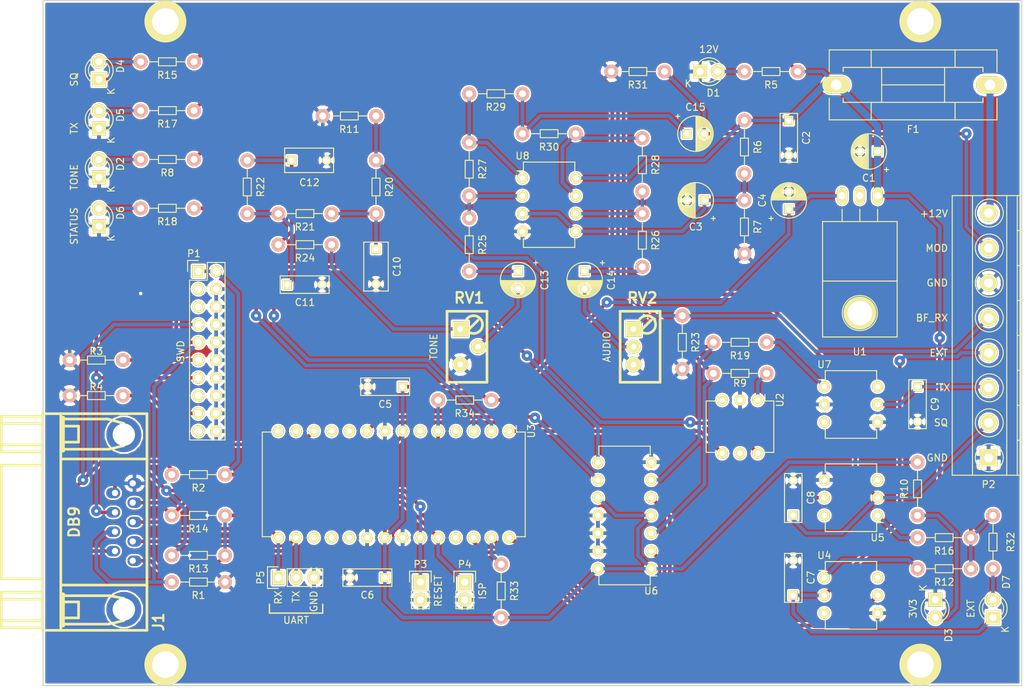
<source format=kicad_pcb>
(kicad_pcb (version 4) (host pcbnew 4.0.2-stable)
  (title_block (title "Logique relais") (date 2016-04-10) (rev 2))
  (layers (0 F.Cu signal) (31 B.Cu signal) (34 B.Paste user) (35 F.Paste user) (36 B.SilkS user) (37 F.SilkS user) (38 B.Mask user) (39 F.Mask user) (44 Edge.Cuts user))
  (net 0 "")
  (net 1 GND)
  (net 2 +3V3)
  (net 3 /RX)
  (net 4 /TX)
  (net 5 +12V)
  (net 6 "Net-(D1-Pad2)")
  (net 7 "Net-(D2-Pad2)")
  (net 8 /RX_CR)
  (net 9 /TX_CR)
  (net 10 "Net-(D3-Pad2)")
  (net 11 "Net-(D4-Pad2)")
  (net 12 "Net-(D5-Pad2)")
  (net 13 /TXE)
  (net 14 /RXE)
  (net 15 /TONE_SW)
  (net 16 /TONE)
  (net 17 VCC)
  (net 18 VCC/2)
  (net 19 "Net-(C10-Pad1)")
  (net 20 "Net-(C15-Pad1)")
  (net 21 "Net-(D6-Pad2)")
  (net 22 /Audio/AUDIO_OUT)
  (net 23 /SWDIO)
  (net 24 /SWCLK)
  (net 25 /SWO)
  (net 26 /Audio/AUDIO_IN)
  (net 27 /Audio/TONE)
  (net 28 "Net-(C11-Pad1)")
  (net 29 "Net-(C12-Pad1)")
  (net 30 "Net-(C13-Pad1)")
  (net 31 "Net-(C13-Pad2)")
  (net 32 "Net-(C14-Pad1)")
  (net 33 "Net-(C14-Pad2)")
  (net 34 "Net-(R25-Pad2)")
  (net 35 "Net-(R26-Pad2)")
  (net 36 "Net-(P1-Pad11)")
  (net 37 "Net-(P1-Pad17)")
  (net 38 /ISP)
  (net 39 /RESET)
  (net 40 /EXT_CR)
  (net 41 /EXT)
  (net 42 "Net-(R9-Pad2)")
  (net 43 "Net-(R12-Pad2)")
  (net 44 "Net-(R16-Pad2)")
  (net 45 "Net-(R18-Pad1)")
  (net 46 "Net-(R19-Pad2)")
  (net 47 "Net-(R24-Pad1)")
  (net 48 "Net-(R27-Pad2)")
  (net 49 "Net-(R28-Pad2)")
  (net 50 "Net-(U3-Pad9)")
  (net 51 "Net-(U3-Pad28)")
  (net 52 "Net-(D7-Pad2)")
  (net 53 "Net-(R34-Pad2)")
  (module Connect:1pin (layer F.Cu) (at 183.285 133.1)
    (fp_text reference HOLE2 hide)
    (fp_text value 1pin)
    (pad 1 thru_hole circle (at 0 0) (size 6 6) (drill 3.8) (layers *.Cu *.Mask F.SilkS) (net 1 GND))
  )
  (module Connect:1pin (layer F.Cu) (at 75.285 133.1)
    (fp_text reference HOLE2 hide)
    (fp_text value 1pin)
    (pad 1 thru_hole circle (at 0 0) (size 6 6) (drill 3.8) (layers *.Cu *.Mask F.SilkS) (net 1 GND))
  )
  (module Connect:1pin (layer F.Cu) (at 75.285 41.1)
    (fp_text reference HOLE2 hide)
    (fp_text value 1pin)
    (pad 1 thru_hole circle (at 0 0) (size 6 6) (drill 3.8) (layers *.Cu *.Mask F.SilkS) (net 1 GND))
  )
  (module TO_SOT_Packages_THT:TO-220_Neutral123_Horizontal (layer F.Cu) (at 174.625 66.04 180)
    (fp_text reference U1 (at 0 -22.3012 180) (layer F.SilkS))
    (fp_text value REG3V3)
    (pad 2 thru_hole oval (at 0 0 270) (size 2.49936 1.50114) (drill 1.00076) (layers *.Cu *.Mask F.SilkS))
    (pad 1 thru_hole oval (at -2.54 0 270) (size 2.49936 1.50114) (drill 1.00076) (layers *.Cu *.Mask F.SilkS))
    (pad 3 thru_hole oval (at 2.54 0 270) (size 2.49936 1.50114) (drill 1.00076) (layers *.Cu *.Mask F.SilkS))
  )
  (module Pin_Headers:Pin_Header_Straight_2x10 (layer F.Cu) (at 80.01 76.835)
    (fp_text reference P1 (at -0.635 -2.54) (layer F.SilkS))
    (fp_text value JTAG)
    (pad 1 thru_hole rect (at 0 0) (size 1.7272 1.7272) (drill 1.016) (layers *.Cu *.Mask F.SilkS) (net 2 +3V3))
    (pad 2 thru_hole oval (at 2.54 0) (size 1.7272 1.7272) (drill 1.016) (layers *.Cu *.Mask F.SilkS) (net 2 +3V3))
    (pad 3 thru_hole oval (at 0 2.54) (size 1.7272 1.7272) (drill 1.016) (layers *.Cu *.Mask F.SilkS))
    (pad 4 thru_hole oval (at 2.54 2.54) (size 1.7272 1.7272) (drill 1.016) (layers *.Cu *.Mask F.SilkS) (net 1 GND))
    (pad 5 thru_hole oval (at 0 5.08) (size 1.7272 1.7272) (drill 1.016) (layers *.Cu *.Mask F.SilkS))
    (pad 6 thru_hole oval (at 2.54 5.08) (size 1.7272 1.7272) (drill 1.016) (layers *.Cu *.Mask F.SilkS) (net 1 GND))
    (pad 7 thru_hole oval (at 0 7.62) (size 1.7272 1.7272) (drill 1.016) (layers *.Cu *.Mask F.SilkS) (net 23 /SWDIO))
    (pad 8 thru_hole oval (at 2.54 7.62) (size 1.7272 1.7272) (drill 1.016) (layers *.Cu *.Mask F.SilkS) (net 1 GND))
    (pad 9 thru_hole oval (at 0 10.16) (size 1.7272 1.7272) (drill 1.016) (layers *.Cu *.Mask F.SilkS) (net 24 /SWCLK))
    (pad 10 thru_hole oval (at 2.54 10.16) (size 1.7272 1.7272) (drill 1.016) (layers *.Cu *.Mask F.SilkS) (net 1 GND))
    (pad 11 thru_hole oval (at 0 12.7) (size 1.7272 1.7272) (drill 1.016) (layers *.Cu *.Mask F.SilkS) (net 36 "Net-(P1-Pad11)"))
    (pad 12 thru_hole oval (at 2.54 12.7) (size 1.7272 1.7272) (drill 1.016) (layers *.Cu *.Mask F.SilkS) (net 1 GND))
    (pad 13 thru_hole oval (at 0 15.24) (size 1.7272 1.7272) (drill 1.016) (layers *.Cu *.Mask F.SilkS) (net 25 /SWO))
    (pad 14 thru_hole oval (at 2.54 15.24) (size 1.7272 1.7272) (drill 1.016) (layers *.Cu *.Mask F.SilkS) (net 1 GND))
    (pad 15 thru_hole oval (at 0 17.78) (size 1.7272 1.7272) (drill 1.016) (layers *.Cu *.Mask F.SilkS))
    (pad 16 thru_hole oval (at 2.54 17.78) (size 1.7272 1.7272) (drill 1.016) (layers *.Cu *.Mask F.SilkS) (net 1 GND))
    (pad 17 thru_hole oval (at 0 20.32) (size 1.7272 1.7272) (drill 1.016) (layers *.Cu *.Mask F.SilkS) (net 37 "Net-(P1-Pad17)"))
    (pad 18 thru_hole oval (at 2.54 20.32) (size 1.7272 1.7272) (drill 1.016) (layers *.Cu *.Mask F.SilkS) (net 1 GND))
    (pad 19 thru_hole oval (at 0 22.86) (size 1.7272 1.7272) (drill 1.016) (layers *.Cu *.Mask F.SilkS))
    (pad 20 thru_hole oval (at 2.54 22.86) (size 1.7272 1.7272) (drill 1.016) (layers *.Cu *.Mask F.SilkS) (net 1 GND))
  )
  (module Pin_Headers:Pin_Header_Straight_1x02 (layer F.Cu) (at 111.76 121.285)
    (fp_text reference P3 (at 0 -2.54) (layer F.SilkS))
    (fp_text value RESET)
    (pad 1 thru_hole rect (at 0 0) (size 2.032 2.032) (drill 1.016) (layers *.Cu *.Mask F.SilkS) (net 39 /RESET))
    (pad 2 thru_hole oval (at 0 2.54) (size 2.032 2.032) (drill 1.016) (layers *.Cu *.Mask F.SilkS) (net 1 GND))
  )
  (module Housings_DIP:DIP-6_W7.62mm (layer F.Cu) (at 177.165 111.76 180)
    (fp_text reference U5 (at 0 -3.175 180) (layer F.SilkS))
    (fp_text value MCA231)
    (pad 1 thru_hole oval (at 0 0 180) (size 1.6 1.6) (drill 0.8) (layers *.Cu *.Mask F.SilkS) (net 44 "Net-(R16-Pad2)"))
    (pad 2 thru_hole oval (at 0 2.54 180) (size 1.6 1.6) (drill 0.8) (layers *.Cu *.Mask F.SilkS) (net 8 /RX_CR))
    (pad 3 thru_hole oval (at 0 5.08 180) (size 1.6 1.6) (drill 0.8) (layers *.Cu *.Mask F.SilkS))
    (pad 4 thru_hole oval (at 7.62 5.08 180) (size 1.6 1.6) (drill 0.8) (layers *.Cu *.Mask F.SilkS) (net 1 GND))
    (pad 5 thru_hole oval (at 7.62 2.54 180) (size 1.6 1.6) (drill 0.8) (layers *.Cu *.Mask F.SilkS) (net 14 /RXE))
    (pad 6 thru_hole oval (at 7.62 0 180) (size 1.6 1.6) (drill 0.8) (layers *.Cu *.Mask F.SilkS))
  )
  (module Pin_Headers:Pin_Header_Straight_1x02 (layer F.Cu) (at 118.11 121.285)
    (fp_text reference P4 (at 0 -2.54) (layer F.SilkS))
    (fp_text value ISP)
    (pad 1 thru_hole rect (at 0 0) (size 2.032 2.032) (drill 1.016) (layers *.Cu *.Mask F.SilkS) (net 38 /ISP))
    (pad 2 thru_hole oval (at 0 2.54) (size 2.032 2.032) (drill 1.016) (layers *.Cu *.Mask F.SilkS) (net 1 GND))
  )
  (module Pin_Headers:Pin_Header_Straight_1x03 (layer F.Cu) (at 91.44 120.65 90)
    (fp_text reference P5 (at 0 -2.54 90) (layer F.SilkS))
    (fp_text value CONN_01X03)
    (pad 1 thru_hole rect (at 0 0 90) (size 2.032 1.7272) (drill 1.016) (layers *.Cu *.Mask F.SilkS) (net 3 /RX))
    (pad 2 thru_hole oval (at 0 2.54 90) (size 2.032 1.7272) (drill 1.016) (layers *.Cu *.Mask F.SilkS) (net 4 /TX))
    (pad 3 thru_hole oval (at 0 5.08 90) (size 2.032 1.7272) (drill 1.016) (layers *.Cu *.Mask F.SilkS) (net 1 GND))
  )
  (module Housings_DIP:DIP-6_W7.62mm (layer F.Cu) (at 160.02 95.25 270)
    (fp_text reference U2 (at 0 -3.175 270) (layer F.SilkS))
    (fp_text value LH1540)
    (pad 1 thru_hole oval (at 0 0 270) (size 1.6 1.6) (drill 0.8) (layers *.Cu *.Mask F.SilkS) (net 42 "Net-(R9-Pad2)"))
    (pad 2 thru_hole oval (at 0 2.54 270) (size 1.6 1.6) (drill 0.8) (layers *.Cu *.Mask F.SilkS) (net 1 GND))
    (pad 3 thru_hole oval (at 0 5.08 270) (size 1.6 1.6) (drill 0.8) (layers *.Cu *.Mask F.SilkS))
    (pad 4 thru_hole oval (at 7.62 5.08 270) (size 1.6 1.6) (drill 0.8) (layers *.Cu *.Mask F.SilkS) (net 16 /TONE))
    (pad 5 thru_hole oval (at 7.62 2.54 270) (size 1.6 1.6) (drill 0.8) (layers *.Cu *.Mask F.SilkS))
    (pad 6 thru_hole oval (at 7.62 0 270) (size 1.6 1.6) (drill 0.8) (layers *.Cu *.Mask F.SilkS) (net 27 /Audio/TONE))
  )
  (module Housings_DIP:DIP-28_W15.24mm (layer F.Cu) (at 124.46 99.695 270)
    (fp_text reference U3 (at 0 -3.175 270) (layer F.SilkS))
    (fp_text value LPC1114FN28/102)
    (pad 1 thru_hole oval (at 0 0 270) (size 1.6 1.6) (drill 0.8) (layers *.Cu *.Mask F.SilkS) (net 16 /TONE))
    (pad 2 thru_hole oval (at 0 2.54 270) (size 1.6 1.6) (drill 0.8) (layers *.Cu *.Mask F.SilkS) (net 25 /SWO))
    (pad 3 thru_hole oval (at 0 5.08 270) (size 1.6 1.6) (drill 0.8) (layers *.Cu *.Mask F.SilkS) (net 24 /SWCLK))
    (pad 4 thru_hole oval (at 0 7.62 270) (size 1.6 1.6) (drill 0.8) (layers *.Cu *.Mask F.SilkS))
    (pad 5 thru_hole oval (at 0 10.16 270) (size 1.6 1.6) (drill 0.8) (layers *.Cu *.Mask F.SilkS) (net 53 "Net-(R34-Pad2)"))
    (pad 6 thru_hole oval (at 0 12.7 270) (size 1.6 1.6) (drill 0.8) (layers *.Cu *.Mask F.SilkS))
    (pad 7 thru_hole oval (at 0 15.24 270) (size 1.6 1.6) (drill 0.8) (layers *.Cu *.Mask F.SilkS) (net 2 +3V3))
    (pad 8 thru_hole oval (at 0 17.78 270) (size 1.6 1.6) (drill 0.8) (layers *.Cu *.Mask F.SilkS) (net 1 GND))
    (pad 9 thru_hole oval (at 0 20.32 270) (size 1.6 1.6) (drill 0.8) (layers *.Cu *.Mask F.SilkS) (net 50 "Net-(U3-Pad9)"))
    (pad 10 thru_hole oval (at 0 22.86 270) (size 1.6 1.6) (drill 0.8) (layers *.Cu *.Mask F.SilkS))
    (pad 11 thru_hole oval (at 0 25.4 270) (size 1.6 1.6) (drill 0.8) (layers *.Cu *.Mask F.SilkS))
    (pad 12 thru_hole oval (at 0 27.94 270) (size 1.6 1.6) (drill 0.8) (layers *.Cu *.Mask F.SilkS) (net 23 /SWDIO))
    (pad 13 thru_hole oval (at 0 30.48 270) (size 1.6 1.6) (drill 0.8) (layers *.Cu *.Mask F.SilkS))
    (pad 14 thru_hole oval (at 0 33.02 270) (size 1.6 1.6) (drill 0.8) (layers *.Cu *.Mask F.SilkS))
    (pad 15 thru_hole oval (at 15.24 33.02 270) (size 1.6 1.6) (drill 0.8) (layers *.Cu *.Mask F.SilkS) (net 3 /RX))
    (pad 16 thru_hole oval (at 15.24 30.48 270) (size 1.6 1.6) (drill 0.8) (layers *.Cu *.Mask F.SilkS) (net 4 /TX))
    (pad 17 thru_hole oval (at 15.24 27.94 270) (size 1.6 1.6) (drill 0.8) (layers *.Cu *.Mask F.SilkS))
    (pad 18 thru_hole oval (at 15.24 25.4 270) (size 1.6 1.6) (drill 0.8) (layers *.Cu *.Mask F.SilkS))
    (pad 19 thru_hole oval (at 15.24 22.86 270) (size 1.6 1.6) (drill 0.8) (layers *.Cu *.Mask F.SilkS))
    (pad 20 thru_hole oval (at 15.24 20.32 270) (size 1.6 1.6) (drill 0.8) (layers *.Cu *.Mask F.SilkS) (net 1 GND))
    (pad 21 thru_hole oval (at 15.24 17.78 270) (size 1.6 1.6) (drill 0.8) (layers *.Cu *.Mask F.SilkS) (net 2 +3V3))
    (pad 22 thru_hole oval (at 15.24 15.24 270) (size 1.6 1.6) (drill 0.8) (layers *.Cu *.Mask F.SilkS) (net 1 GND))
    (pad 23 thru_hole oval (at 15.24 12.7 270) (size 1.6 1.6) (drill 0.8) (layers *.Cu *.Mask F.SilkS) (net 39 /RESET))
    (pad 24 thru_hole oval (at 15.24 10.16 270) (size 1.6 1.6) (drill 0.8) (layers *.Cu *.Mask F.SilkS) (net 38 /ISP))
    (pad 25 thru_hole oval (at 15.24 7.62 270) (size 1.6 1.6) (drill 0.8) (layers *.Cu *.Mask F.SilkS))
    (pad 26 thru_hole oval (at 15.24 5.08 270) (size 1.6 1.6) (drill 0.8) (layers *.Cu *.Mask F.SilkS) (net 41 /EXT))
    (pad 27 thru_hole oval (at 15.24 2.54 270) (size 1.6 1.6) (drill 0.8) (layers *.Cu *.Mask F.SilkS) (net 14 /RXE))
    (pad 28 thru_hole oval (at 15.24 0 270) (size 1.6 1.6) (drill 0.8) (layers *.Cu *.Mask F.SilkS) (net 51 "Net-(U3-Pad28)"))
  )
  (module Housings_DIP:DIP-6_W7.62mm (layer F.Cu) (at 169.545 93.345)
    (fp_text reference U7 (at 0 -3.175) (layer F.SilkS))
    (fp_text value MCA231)
    (pad 1 thru_hole oval (at 0 0) (size 1.6 1.6) (drill 0.8) (layers *.Cu *.Mask F.SilkS) (net 46 "Net-(R19-Pad2)"))
    (pad 2 thru_hole oval (at 0 2.54) (size 1.6 1.6) (drill 0.8) (layers *.Cu *.Mask F.SilkS) (net 1 GND))
    (pad 3 thru_hole oval (at 0 5.08) (size 1.6 1.6) (drill 0.8) (layers *.Cu *.Mask F.SilkS))
    (pad 4 thru_hole oval (at 7.62 5.08) (size 1.6 1.6) (drill 0.8) (layers *.Cu *.Mask F.SilkS) (net 1 GND))
    (pad 5 thru_hole oval (at 7.62 2.54) (size 1.6 1.6) (drill 0.8) (layers *.Cu *.Mask F.SilkS) (net 9 /TX_CR))
    (pad 6 thru_hole oval (at 7.62 0) (size 1.6 1.6) (drill 0.8) (layers *.Cu *.Mask F.SilkS))
  )
  (module Housings_DIP:DIP-8_W7.62mm (layer F.Cu) (at 126.365 63.5)
    (fp_text reference U8 (at 0 -3.175) (layer F.SilkS))
    (fp_text value TBB1458)
    (pad 1 thru_hole oval (at 0 0) (size 1.6 1.6) (drill 0.8) (layers *.Cu *.Mask F.SilkS) (net 48 "Net-(R27-Pad2)"))
    (pad 2 thru_hole oval (at 0 2.54) (size 1.6 1.6) (drill 0.8) (layers *.Cu *.Mask F.SilkS) (net 34 "Net-(R25-Pad2)"))
    (pad 3 thru_hole oval (at 0 5.08) (size 1.6 1.6) (drill 0.8) (layers *.Cu *.Mask F.SilkS) (net 18 VCC/2))
    (pad 4 thru_hole oval (at 0 7.62) (size 1.6 1.6) (drill 0.8) (layers *.Cu *.Mask F.SilkS) (net 1 GND))
    (pad 5 thru_hole oval (at 7.62 7.62) (size 1.6 1.6) (drill 0.8) (layers *.Cu *.Mask F.SilkS) (net 18 VCC/2))
    (pad 6 thru_hole oval (at 7.62 5.08) (size 1.6 1.6) (drill 0.8) (layers *.Cu *.Mask F.SilkS) (net 35 "Net-(R26-Pad2)"))
    (pad 7 thru_hole oval (at 7.62 2.54) (size 1.6 1.6) (drill 0.8) (layers *.Cu *.Mask F.SilkS) (net 49 "Net-(R28-Pad2)"))
    (pad 8 thru_hole oval (at 7.62 0) (size 1.6 1.6) (drill 0.8) (layers *.Cu *.Mask F.SilkS) (net 17 VCC))
  )
  (module Terminal_Blocks:TerminalBlock_Pheonix_MKDS1.5-8pol (layer F.Cu) (at 193.04 103.505 90)
    (fp_text reference P2 (at -3.81 0 180) (layer F.SilkS))
    (fp_text value CONN_01X08)
    (pad 8 thru_hole circle (at 35 0 90) (size 2.5 2.5) (drill 1.3) (layers *.Cu *.Mask F.SilkS) (net 5 +12V))
    (pad 7 thru_hole circle (at 30 0 90) (size 2.5 2.5) (drill 1.3) (layers *.Cu *.Mask F.SilkS) (net 22 /Audio/AUDIO_OUT))
    (pad 6 thru_hole circle (at 25 0 90) (size 2.5 2.5) (drill 1.3) (layers *.Cu *.Mask F.SilkS) (net 1 GND))
    (pad 5 thru_hole circle (at 20 0 90) (size 2.5 2.5) (drill 1.3) (layers *.Cu *.Mask F.SilkS) (net 26 /Audio/AUDIO_IN))
    (pad 4 thru_hole circle (at 15 0 90) (size 2.5 2.5) (drill 1.3) (layers *.Cu *.Mask F.SilkS) (net 40 /EXT_CR))
    (pad 3 thru_hole circle (at 10 0 90) (size 2.5 2.5) (drill 1.3) (layers *.Cu *.Mask F.SilkS) (net 9 /TX_CR))
    (pad 1 thru_hole rect (at 0 0 90) (size 2.5 2.5) (drill 1.3) (layers *.Cu *.Mask F.SilkS) (net 1 GND))
    (pad 2 thru_hole circle (at 5 0 90) (size 2.5 2.5) (drill 1.3) (layers *.Cu *.Mask F.SilkS) (net 8 /RX_CR))
  )
  (module w_conn_d-sub:DB_9F (layer F.Cu) (at 62.23 112.7 270)
    (fp_text reference J1 (at 14.3 -12.065 270) (layer F.SilkS) (effects (font (thickness 0.3048))))
    (fp_text value DB9 (at 0 0 270) (layer F.SilkS) (effects (font (thickness 0.3048))))
    (pad "" thru_hole circle (at 12.49426 -7.112 270) (size 5.00126 5.00126) (drill 3.2004) (layers *.Cu *.Mask))
    (pad 3 thru_hole oval (at 0 -8.382 270) (size 1.50114 1.99898) (drill 0.89916 (offset 0 -0.24892)) (layers *.Cu *.Mask) (net 3 /RX))
    (pad 2 thru_hole oval (at 2.77114 -8.382 270) (size 1.50114 1.99898) (drill 0.89916 (offset 0 -0.24892)) (layers *.Cu *.Mask) (net 4 /TX))
    (pad 1 thru_hole oval (at 5.53974 -8.382 270) (size 1.50114 1.99898) (drill 0.89916 (offset 0 -0.24892)) (layers *.Cu *.Mask) (net 2 +3V3))
    (pad 4 thru_hole oval (at -2.77114 -8.382 270) (size 1.50114 1.99898) (drill 0.89916 (offset 0 -0.24892)) (layers *.Cu *.Mask) (net 38 /ISP))
    (pad 5 thru_hole oval (at -5.53974 -8.382 270) (size 1.50114 1.99898) (drill 0.89916 (offset 0 -0.24892)) (layers *.Cu *.Mask) (net 1 GND))
    (pad 9 thru_hole oval (at -4.15544 -5.842 270) (size 1.50114 1.99898) (drill 0.89916 (offset 0 0.24892)) (layers *.Cu *.Mask) (net 39 /RESET))
    (pad 8 thru_hole oval (at -1.3843 -5.842 270) (size 1.50114 1.99898) (drill 0.89916 (offset 0 0.24892)) (layers *.Cu *.Mask) (net 25 /SWO))
    (pad 7 thru_hole oval (at 1.3843 -5.842 270) (size 1.50114 1.99898) (drill 0.89916 (offset 0 0.24892)) (layers *.Cu *.Mask) (net 24 /SWCLK))
    (pad 6 thru_hole oval (at 4.15544 -5.842 270) (size 1.50114 1.99898) (drill 0.89916 (offset 0 0.24892)) (layers *.Cu *.Mask) (net 23 /SWDIO))
    (pad "" thru_hole circle (at -12.49426 -7.112 270) (size 5.00126 5.00126) (drill 3.2004) (layers *.Cu *.Mask))
  )
  (module Capacitors_ThroughHole:C_Radial_D5_L11_P2.5 (layer F.Cu) (at 177.165 59.69 180)
    (fp_text reference C1 (at 1.25 -3.8 180) (layer F.SilkS))
    (fp_text value 10µF)
    (pad 1 thru_hole rect (at 0 0 180) (size 1.3 1.3) (drill 0.8) (layers *.Cu *.Mask F.SilkS) (net 17 VCC))
    (pad 2 thru_hole circle (at 2.5 0 180) (size 1.3 1.3) (drill 0.8) (layers *.Cu *.Mask F.SilkS) (net 1 GND))
  )
  (module Capacitors_ThroughHole:C_Radial_D5_L11_P2.5 (layer F.Cu) (at 152.4 66.675 180)
    (fp_text reference C3 (at 1.25 -3.8 180) (layer F.SilkS))
    (fp_text value 10µF)
    (pad 1 thru_hole rect (at 0 0 180) (size 1.3 1.3) (drill 0.8) (layers *.Cu *.Mask F.SilkS) (net 18 VCC/2))
    (pad 2 thru_hole circle (at 2.5 0 180) (size 1.3 1.3) (drill 0.8) (layers *.Cu *.Mask F.SilkS) (net 1 GND))
  )
  (module Capacitors_ThroughHole:C_Rect_L7_W3.5_P5 (layer F.Cu) (at 105.41 73.66 270)
    (fp_text reference C10 (at 2.5 -3 270) (layer F.SilkS))
    (fp_text value 330nF)
    (pad 1 thru_hole rect (at 0 0 270) (size 1.3 1.3) (drill 0.8) (layers *.Cu *.Mask F.SilkS) (net 19 "Net-(C10-Pad1)"))
    (pad 2 thru_hole circle (at 5 0 270) (size 1.3 1.3) (drill 0.8) (layers *.Cu *.Mask F.SilkS) (net 1 GND))
  )
  (module Capacitors_ThroughHole:C_Rect_L7_W3.5_P5 (layer F.Cu) (at 93.345 60.96)
    (fp_text reference C12 (at 2.54 3.175) (layer F.SilkS))
    (fp_text value 33nF)
    (pad 1 thru_hole rect (at 0 0) (size 1.3 1.3) (drill 0.8) (layers *.Cu *.Mask F.SilkS) (net 29 "Net-(C12-Pad1)"))
    (pad 2 thru_hole circle (at 5 0) (size 1.3 1.3) (drill 0.8) (layers *.Cu *.Mask F.SilkS) (net 1 GND))
  )
  (module Capacitors_ThroughHole:C_Radial_D5_L11_P2.5 (layer F.Cu) (at 125.73 76.835 270)
    (fp_text reference C13 (at 1.25 -3.8 270) (layer F.SilkS))
    (fp_text value 10µF)
    (pad 1 thru_hole rect (at 0 0 270) (size 1.3 1.3) (drill 0.8) (layers *.Cu *.Mask F.SilkS) (net 30 "Net-(C13-Pad1)"))
    (pad 2 thru_hole circle (at 2.5 0 270) (size 1.3 1.3) (drill 0.8) (layers *.Cu *.Mask F.SilkS) (net 31 "Net-(C13-Pad2)"))
  )
  (module Capacitors_ThroughHole:C_Radial_D5_L11_P2.5 (layer F.Cu) (at 135.255 76.835 270)
    (fp_text reference C14 (at 1.25 -3.8 270) (layer F.SilkS))
    (fp_text value 10µF)
    (pad 1 thru_hole rect (at 0 0 270) (size 1.3 1.3) (drill 0.8) (layers *.Cu *.Mask F.SilkS) (net 32 "Net-(C14-Pad1)"))
    (pad 2 thru_hole circle (at 2.5 0 270) (size 1.3 1.3) (drill 0.8) (layers *.Cu *.Mask F.SilkS) (net 33 "Net-(C14-Pad2)"))
  )
  (module Capacitors_ThroughHole:C_Radial_D5_L11_P2.5 (layer F.Cu) (at 149.86 57.15)
    (fp_text reference C15 (at 1.25 -3.8) (layer F.SilkS))
    (fp_text value 10µF)
    (pad 1 thru_hole rect (at 0 0) (size 1.3 1.3) (drill 0.8) (layers *.Cu *.Mask F.SilkS) (net 20 "Net-(C15-Pad1)"))
    (pad 2 thru_hole circle (at 2.5 0) (size 1.3 1.3) (drill 0.8) (layers *.Cu *.Mask F.SilkS) (net 22 /Audio/AUDIO_OUT))
  )
  (module LEDs:LED-3MM (layer F.Cu) (at 151.765 48.26)
    (fp_text reference D1 (at 1.91 3.06) (layer F.SilkS))
    (fp_text value 12V)
    (fp_text user K (at -1.69 1.74) (layer F.SilkS))
    (pad 1 thru_hole rect (at 0 0 90) (size 2 2) (drill 1.00076) (layers *.Cu *.Mask F.SilkS) (net 1 GND))
    (pad 2 thru_hole circle (at 2.54 0) (size 2 2) (drill 1.00076) (layers *.Cu *.Mask F.SilkS) (net 6 "Net-(D1-Pad2)"))
  )
  (module LEDs:LED-3MM (layer F.Cu) (at 185.42 123.825 270)
    (fp_text reference D3 (at 5.08 -1.905 270) (layer F.SilkS))
    (fp_text value 3V3)
    (fp_text user K (at -1.69 1.74 270) (layer F.SilkS))
    (pad 1 thru_hole rect (at 0 0) (size 2 2) (drill 1.00076) (layers *.Cu *.Mask F.SilkS) (net 1 GND))
    (pad 2 thru_hole circle (at 2.54 0 270) (size 2 2) (drill 1.00076) (layers *.Cu *.Mask F.SilkS) (net 10 "Net-(D3-Pad2)"))
  )
  (module LEDs:LED-3MM (layer F.Cu) (at 65.785 63.39 90)
    (fp_text reference D2 (at 1.91 3.06 90) (layer F.SilkS))
    (fp_text value TONE)
    (fp_text user K (at -1.69 1.74 90) (layer F.SilkS))
    (pad 1 thru_hole rect (at 0 0 180) (size 2 2) (drill 1.00076) (layers *.Cu *.Mask F.SilkS) (net 1 GND))
    (pad 2 thru_hole circle (at 2.54 0 90) (size 2 2) (drill 1.00076) (layers *.Cu *.Mask F.SilkS) (net 7 "Net-(D2-Pad2)"))
  )
  (module LEDs:LED-3MM (layer F.Cu) (at 65.785 49.39 90)
    (fp_text reference D4 (at 1.91 3.06 90) (layer F.SilkS))
    (fp_text value RX)
    (fp_text user K (at -1.69 1.74 90) (layer F.SilkS))
    (pad 1 thru_hole rect (at 0 0 180) (size 2 2) (drill 1.00076) (layers *.Cu *.Mask F.SilkS) (net 8 /RX_CR))
    (pad 2 thru_hole circle (at 2.54 0 90) (size 2 2) (drill 1.00076) (layers *.Cu *.Mask F.SilkS) (net 11 "Net-(D4-Pad2)"))
  )
  (module LEDs:LED-3MM (layer F.Cu) (at 65.785 56.39 90)
    (fp_text reference D5 (at 1.91 3.06 90) (layer F.SilkS))
    (fp_text value TX)
    (fp_text user K (at -1.69 1.74 90) (layer F.SilkS))
    (pad 1 thru_hole rect (at 0 0 180) (size 2 2) (drill 1.00076) (layers *.Cu *.Mask F.SilkS) (net 1 GND))
    (pad 2 thru_hole circle (at 2.54 0 90) (size 2 2) (drill 1.00076) (layers *.Cu *.Mask F.SilkS) (net 12 "Net-(D5-Pad2)"))
  )
  (module LEDs:LED-3MM (layer F.Cu) (at 65.785 70.39 90)
    (fp_text reference D6 (at 1.91 3.06 90) (layer F.SilkS))
    (fp_text value STATUS)
    (fp_text user K (at -1.69 1.74 90) (layer F.SilkS))
    (pad 1 thru_hole rect (at 0 0 180) (size 2 2) (drill 1.00076) (layers *.Cu *.Mask F.SilkS) (net 1 GND))
    (pad 2 thru_hole circle (at 2.54 0 90) (size 2 2) (drill 1.00076) (layers *.Cu *.Mask F.SilkS) (net 21 "Net-(D6-Pad2)"))
  )
  (module resistors:Resistor_Horizontal_RM08mm (layer F.Cu) (at 80.01 121.285)
    (fp_text reference R1 (at 0 1.905) (layer F.SilkS))
    (fp_text value 10k)
    (pad 1 thru_hole circle (at -3.81 0) (size 1.99898 1.99898) (drill 1.00076) (layers *.Cu *.SilkS *.Mask) (net 24 /SWCLK))
    (pad 2 thru_hole circle (at 3.81 0) (size 1.99898 1.99898) (drill 1.00076) (layers *.Cu *.SilkS *.Mask) (net 1 GND))
  )
  (module resistors:Resistor_Horizontal_RM08mm (layer F.Cu) (at 80.01 105.918 180)
    (fp_text reference R2 (at 0 -1.905 180) (layer F.SilkS))
    (fp_text value 10k)
    (pad 1 thru_hole circle (at -3.81 0 180) (size 1.99898 1.99898) (drill 1.00076) (layers *.Cu *.SilkS *.Mask) (net 2 +3V3))
    (pad 2 thru_hole circle (at 3.81 0 180) (size 1.99898 1.99898) (drill 1.00076) (layers *.Cu *.SilkS *.Mask) (net 23 /SWDIO))
  )
  (module resistors:Resistor_Horizontal_RM08mm (layer F.Cu) (at 65.405 89.535 180)
    (fp_text reference R3 (at 0 1.27 180) (layer F.SilkS))
    (fp_text value 10k)
    (pad 1 thru_hole circle (at -3.81 0 180) (size 1.99898 1.99898) (drill 1.00076) (layers *.Cu *.SilkS *.Mask) (net 36 "Net-(P1-Pad11)"))
    (pad 2 thru_hole circle (at 3.81 0 180) (size 1.99898 1.99898) (drill 1.00076) (layers *.Cu *.SilkS *.Mask) (net 1 GND))
  )
  (module resistors:Resistor_Horizontal_RM08mm (layer F.Cu) (at 65.405 94.615 180)
    (fp_text reference R4 (at 0 1.27 180) (layer F.SilkS))
    (fp_text value 10k)
    (pad 1 thru_hole circle (at -3.81 0 180) (size 1.99898 1.99898) (drill 1.00076) (layers *.Cu *.SilkS *.Mask) (net 37 "Net-(P1-Pad17)"))
    (pad 2 thru_hole circle (at 3.81 0 180) (size 1.99898 1.99898) (drill 1.00076) (layers *.Cu *.SilkS *.Mask) (net 1 GND))
  )
  (module resistors:Resistor_Horizontal_RM08mm (layer F.Cu) (at 161.925 48.26 180)
    (fp_text reference R5 (at 0 -1.905 180) (layer F.SilkS))
    (fp_text value 1k)
    (pad 1 thru_hole circle (at -3.81 0 180) (size 1.99898 1.99898) (drill 1.00076) (layers *.Cu *.SilkS *.Mask) (net 17 VCC))
    (pad 2 thru_hole circle (at 3.81 0 180) (size 1.99898 1.99898) (drill 1.00076) (layers *.Cu *.SilkS *.Mask) (net 6 "Net-(D1-Pad2)"))
  )
  (module resistors:Resistor_Horizontal_RM08mm (layer F.Cu) (at 158.115 59.055 270)
    (fp_text reference R6 (at 0 -1.905 270) (layer F.SilkS))
    (fp_text value 47k)
    (pad 1 thru_hole circle (at -3.81 0 270) (size 1.99898 1.99898) (drill 1.00076) (layers *.Cu *.SilkS *.Mask) (net 17 VCC))
    (pad 2 thru_hole circle (at 3.81 0 270) (size 1.99898 1.99898) (drill 1.00076) (layers *.Cu *.SilkS *.Mask) (net 18 VCC/2))
  )
  (module resistors:Resistor_Horizontal_RM08mm (layer F.Cu) (at 158.115 70.485 270)
    (fp_text reference R7 (at 0 -1.905 270) (layer F.SilkS))
    (fp_text value 47k)
    (pad 1 thru_hole circle (at -3.81 0 270) (size 1.99898 1.99898) (drill 1.00076) (layers *.Cu *.SilkS *.Mask) (net 18 VCC/2))
    (pad 2 thru_hole circle (at 3.81 0 270) (size 1.99898 1.99898) (drill 1.00076) (layers *.Cu *.SilkS *.Mask) (net 1 GND))
  )
  (module resistors:Resistor_Horizontal_RM08mm (layer F.Cu) (at 182.88 107.95 270)
    (fp_text reference R10 (at 0 1.905 270) (layer F.SilkS))
    (fp_text value 560)
    (pad 1 thru_hole circle (at -3.81 0 270) (size 1.99898 1.99898) (drill 1.00076) (layers *.Cu *.SilkS *.Mask) (net 2 +3V3))
    (pad 2 thru_hole circle (at 3.81 0 270) (size 1.99898 1.99898) (drill 1.00076) (layers *.Cu *.SilkS *.Mask) (net 10 "Net-(D3-Pad2)"))
  )
  (module resistors:Resistor_Horizontal_RM08mm (layer F.Cu) (at 75.565 60.833 180)
    (fp_text reference R8 (at 0 -1.905 180) (layer F.SilkS))
    (fp_text value 180)
    (pad 1 thru_hole circle (at -3.81 0 180) (size 1.99898 1.99898) (drill 1.00076) (layers *.Cu *.SilkS *.Mask) (net 15 /TONE_SW))
    (pad 2 thru_hole circle (at 3.81 0 180) (size 1.99898 1.99898) (drill 1.00076) (layers *.Cu *.SilkS *.Mask) (net 7 "Net-(D2-Pad2)"))
  )
  (module resistors:Resistor_Horizontal_RM08mm (layer F.Cu) (at 157.48 91.44)
    (fp_text reference R9 (at 0 1.397) (layer F.SilkS))
    (fp_text value 330)
    (pad 1 thru_hole circle (at -3.81 0) (size 1.99898 1.99898) (drill 1.00076) (layers *.Cu *.SilkS *.Mask) (net 15 /TONE_SW))
    (pad 2 thru_hole circle (at 3.81 0) (size 1.99898 1.99898) (drill 1.00076) (layers *.Cu *.SilkS *.Mask) (net 42 "Net-(R9-Pad2)"))
  )
  (module resistors:Resistor_Horizontal_RM08mm (layer F.Cu) (at 101.6 54.61 180)
    (fp_text reference R11 (at 0 -1.905 180) (layer F.SilkS))
    (fp_text value 2k2)
    (pad 1 thru_hole circle (at -3.81 0 180) (size 1.99898 1.99898) (drill 1.00076) (layers *.Cu *.SilkS *.Mask) (net 27 /Audio/TONE))
    (pad 2 thru_hole circle (at 3.81 0 180) (size 1.99898 1.99898) (drill 1.00076) (layers *.Cu *.SilkS *.Mask) (net 1 GND))
  )
  (module resistors:Resistor_Horizontal_RM08mm (layer F.Cu) (at 80.01 117.475 180)
    (fp_text reference R13 (at 0 -1.905 180) (layer F.SilkS))
    (fp_text value 10k)
    (pad 1 thru_hole circle (at -3.81 0 180) (size 1.99898 1.99898) (drill 1.00076) (layers *.Cu *.SilkS *.Mask) (net 2 +3V3))
    (pad 2 thru_hole circle (at 3.81 0 180) (size 1.99898 1.99898) (drill 1.00076) (layers *.Cu *.SilkS *.Mask) (net 39 /RESET))
  )
  (module resistors:Resistor_Horizontal_RM08mm (layer F.Cu) (at 80.01 111.76 180)
    (fp_text reference R14 (at 0 -1.905 180) (layer F.SilkS))
    (fp_text value 10k)
    (pad 1 thru_hole circle (at -3.81 0 180) (size 1.99898 1.99898) (drill 1.00076) (layers *.Cu *.SilkS *.Mask) (net 2 +3V3))
    (pad 2 thru_hole circle (at 3.81 0 180) (size 1.99898 1.99898) (drill 1.00076) (layers *.Cu *.SilkS *.Mask) (net 38 /ISP))
  )
  (module resistors:Resistor_Horizontal_RM08mm (layer F.Cu) (at 75.565 46.863 180)
    (fp_text reference R15 (at 0 -1.905 180) (layer F.SilkS))
    (fp_text value 1k8)
    (pad 1 thru_hole circle (at -3.81 0 180) (size 1.99898 1.99898) (drill 1.00076) (layers *.Cu *.SilkS *.Mask) (net 17 VCC))
    (pad 2 thru_hole circle (at 3.81 0 180) (size 1.99898 1.99898) (drill 1.00076) (layers *.Cu *.SilkS *.Mask) (net 11 "Net-(D4-Pad2)"))
  )
  (module resistors:Resistor_Horizontal_RM08mm (layer F.Cu) (at 186.69 114.935 180)
    (fp_text reference R16 (at 0 -1.905 180) (layer F.SilkS))
    (fp_text value 2k7)
    (pad 1 thru_hole circle (at -3.81 0 180) (size 1.99898 1.99898) (drill 1.00076) (layers *.Cu *.SilkS *.Mask) (net 17 VCC))
    (pad 2 thru_hole circle (at 3.81 0 180) (size 1.99898 1.99898) (drill 1.00076) (layers *.Cu *.SilkS *.Mask) (net 44 "Net-(R16-Pad2)"))
  )
  (module resistors:Resistor_Horizontal_RM08mm (layer F.Cu) (at 75.565 53.848 180)
    (fp_text reference R17 (at 0 -1.905 180) (layer F.SilkS))
    (fp_text value 270)
    (pad 1 thru_hole circle (at -3.81 0 180) (size 1.99898 1.99898) (drill 1.00076) (layers *.Cu *.SilkS *.Mask) (net 13 /TXE))
    (pad 2 thru_hole circle (at 3.81 0 180) (size 1.99898 1.99898) (drill 1.00076) (layers *.Cu *.SilkS *.Mask) (net 12 "Net-(D5-Pad2)"))
  )
  (module resistors:Resistor_Horizontal_RM08mm (layer F.Cu) (at 75.565 67.818 180)
    (fp_text reference R18 (at 0 -1.905 180) (layer F.SilkS))
    (fp_text value 1k8)
    (pad 1 thru_hole circle (at -3.81 0 180) (size 1.99898 1.99898) (drill 1.00076) (layers *.Cu *.SilkS *.Mask) (net 45 "Net-(R18-Pad1)"))
    (pad 2 thru_hole circle (at 3.81 0 180) (size 1.99898 1.99898) (drill 1.00076) (layers *.Cu *.SilkS *.Mask) (net 21 "Net-(D6-Pad2)"))
  )
  (module resistors:Resistor_Horizontal_RM08mm (layer F.Cu) (at 157.48 86.995)
    (fp_text reference R19 (at 0 1.905) (layer F.SilkS))
    (fp_text value 330)
    (pad 1 thru_hole circle (at -3.81 0) (size 1.99898 1.99898) (drill 1.00076) (layers *.Cu *.SilkS *.Mask) (net 13 /TXE))
    (pad 2 thru_hole circle (at 3.81 0) (size 1.99898 1.99898) (drill 1.00076) (layers *.Cu *.SilkS *.Mask) (net 46 "Net-(R19-Pad2)"))
  )
  (module resistors:Resistor_Horizontal_RM08mm (layer F.Cu) (at 105.41 64.77 90)
    (fp_text reference R20 (at 0 1.905 90) (layer F.SilkS))
    (fp_text value 560)
    (pad 1 thru_hole circle (at -3.81 0 90) (size 1.99898 1.99898) (drill 1.00076) (layers *.Cu *.SilkS *.Mask) (net 19 "Net-(C10-Pad1)"))
    (pad 2 thru_hole circle (at 3.81 0 90) (size 1.99898 1.99898) (drill 1.00076) (layers *.Cu *.SilkS *.Mask) (net 27 /Audio/TONE))
  )
  (module resistors:Resistor_Horizontal_RM08mm (layer F.Cu) (at 95.25 68.58)
    (fp_text reference R21 (at 0 1.905) (layer F.SilkS))
    (fp_text value 1k8)
    (pad 1 thru_hole circle (at -3.81 0) (size 1.99898 1.99898) (drill 1.00076) (layers *.Cu *.SilkS *.Mask) (net 28 "Net-(C11-Pad1)"))
    (pad 2 thru_hole circle (at 3.81 0) (size 1.99898 1.99898) (drill 1.00076) (layers *.Cu *.SilkS *.Mask) (net 19 "Net-(C10-Pad1)"))
  )
  (module resistors:Resistor_Horizontal_RM08mm (layer F.Cu) (at 86.995 64.77 270)
    (fp_text reference R22 (at 0 -1.905 270) (layer F.SilkS))
    (fp_text value 5k6)
    (pad 1 thru_hole circle (at -3.81 0 270) (size 1.99898 1.99898) (drill 1.00076) (layers *.Cu *.SilkS *.Mask) (net 29 "Net-(C12-Pad1)"))
    (pad 2 thru_hole circle (at 3.81 0 270) (size 1.99898 1.99898) (drill 1.00076) (layers *.Cu *.SilkS *.Mask) (net 28 "Net-(C11-Pad1)"))
  )
  (module resistors:Resistor_Horizontal_RM08mm (layer F.Cu) (at 149.225 86.995 270)
    (fp_text reference R23 (at 0 -1.905 270) (layer F.SilkS))
    (fp_text value 1k8)
    (pad 1 thru_hole circle (at -3.81 0 270) (size 1.99898 1.99898) (drill 1.00076) (layers *.Cu *.SilkS *.Mask) (net 26 /Audio/AUDIO_IN))
    (pad 2 thru_hole circle (at 3.81 0 270) (size 1.99898 1.99898) (drill 1.00076) (layers *.Cu *.SilkS *.Mask) (net 1 GND))
  )
  (module resistors:Resistor_Horizontal_RM08mm (layer F.Cu) (at 118.745 73.025 90)
    (fp_text reference R25 (at 0 1.905 90) (layer F.SilkS))
    (fp_text value 47k)
    (pad 1 thru_hole circle (at -3.81 0 90) (size 1.99898 1.99898) (drill 1.00076) (layers *.Cu *.SilkS *.Mask) (net 30 "Net-(C13-Pad1)"))
    (pad 2 thru_hole circle (at 3.81 0 90) (size 1.99898 1.99898) (drill 1.00076) (layers *.Cu *.SilkS *.Mask) (net 34 "Net-(R25-Pad2)"))
  )
  (module resistors:Resistor_Horizontal_RM08mm (layer F.Cu) (at 143.51 72.39 90)
    (fp_text reference R26 (at 0 1.905 90) (layer F.SilkS))
    (fp_text value 47k)
    (pad 1 thru_hole circle (at -3.81 0 90) (size 1.99898 1.99898) (drill 1.00076) (layers *.Cu *.SilkS *.Mask) (net 32 "Net-(C14-Pad1)"))
    (pad 2 thru_hole circle (at 3.81 0 90) (size 1.99898 1.99898) (drill 1.00076) (layers *.Cu *.SilkS *.Mask) (net 35 "Net-(R26-Pad2)"))
  )
  (module resistors:Resistor_Horizontal_RM08mm (layer F.Cu) (at 118.745 62.23 90)
    (fp_text reference R27 (at 0 1.905 90) (layer F.SilkS))
    (fp_text value 680k)
    (pad 1 thru_hole circle (at -3.81 0 90) (size 1.99898 1.99898) (drill 1.00076) (layers *.Cu *.SilkS *.Mask) (net 34 "Net-(R25-Pad2)"))
    (pad 2 thru_hole circle (at 3.81 0 90) (size 1.99898 1.99898) (drill 1.00076) (layers *.Cu *.SilkS *.Mask) (net 48 "Net-(R27-Pad2)"))
  )
  (module resistors:Resistor_Horizontal_RM08mm (layer F.Cu) (at 143.51 61.595 90)
    (fp_text reference R28 (at 0 1.905 90) (layer F.SilkS))
    (fp_text value 330k)
    (pad 1 thru_hole circle (at -3.81 0 90) (size 1.99898 1.99898) (drill 1.00076) (layers *.Cu *.SilkS *.Mask) (net 35 "Net-(R26-Pad2)"))
    (pad 2 thru_hole circle (at 3.81 0 90) (size 1.99898 1.99898) (drill 1.00076) (layers *.Cu *.SilkS *.Mask) (net 49 "Net-(R28-Pad2)"))
  )
  (module resistors:Resistor_Horizontal_RM08mm (layer F.Cu) (at 122.555 51.435)
    (fp_text reference R29 (at 0 1.905) (layer F.SilkS))
    (fp_text value 1k2)
    (pad 1 thru_hole circle (at -3.81 0) (size 1.99898 1.99898) (drill 1.00076) (layers *.Cu *.SilkS *.Mask) (net 48 "Net-(R27-Pad2)"))
    (pad 2 thru_hole circle (at 3.81 0) (size 1.99898 1.99898) (drill 1.00076) (layers *.Cu *.SilkS *.Mask) (net 20 "Net-(C15-Pad1)"))
  )
  (module resistors:Resistor_Horizontal_RM08mm (layer F.Cu) (at 130.175 57.15 180)
    (fp_text reference R30 (at 0 -1.905 180) (layer F.SilkS))
    (fp_text value 1k2)
    (pad 1 thru_hole circle (at -3.81 0 180) (size 1.99898 1.99898) (drill 1.00076) (layers *.Cu *.SilkS *.Mask) (net 49 "Net-(R28-Pad2)"))
    (pad 2 thru_hole circle (at 3.81 0 180) (size 1.99898 1.99898) (drill 1.00076) (layers *.Cu *.SilkS *.Mask) (net 20 "Net-(C15-Pad1)"))
  )
  (module resistors:Resistor_Horizontal_RM08mm (layer F.Cu) (at 142.875 48.26 180)
    (fp_text reference R31 (at 0 -1.905 180) (layer F.SilkS))
    (fp_text value 1k8)
    (pad 1 thru_hole circle (at -3.81 0 180) (size 1.99898 1.99898) (drill 1.00076) (layers *.Cu *.SilkS *.Mask) (net 22 /Audio/AUDIO_OUT))
    (pad 2 thru_hole circle (at 3.81 0 180) (size 1.99898 1.99898) (drill 1.00076) (layers *.Cu *.SilkS *.Mask) (net 1 GND))
  )
  (module resistors:Resistor_Horizontal_RM08mm (layer F.Cu) (at 95.25 73.025 180)
    (fp_text reference R24 (at 0 -1.905 180) (layer F.SilkS))
    (fp_text value 22k)
    (pad 1 thru_hole circle (at -3.81 0 180) (size 1.99898 1.99898) (drill 1.00076) (layers *.Cu *.SilkS *.Mask) (net 47 "Net-(R24-Pad1)"))
    (pad 2 thru_hole circle (at 3.81 0 180) (size 1.99898 1.99898) (drill 1.00076) (layers *.Cu *.SilkS *.Mask) (net 29 "Net-(C12-Pad1)"))
  )
  (module Potentiometres:POT93YB (layer F.Cu) (at 117.475 87.63)
    (fp_text reference RV1 (at 1.27 -6.985) (layer F.SilkS) (effects (font (thickness 0.3048))))
    (fp_text value 10k hide)
    (pad 2 thru_hole circle (at 2.54 0) (size 2.03962 2.03962) (drill 0.8128) (layers *.Cu *.Mask F.SilkS) (net 31 "Net-(C13-Pad2)"))
    (pad 1 thru_hole rect (at 0 -2.54) (size 2.24028 2.24028) (drill 0.8128) (layers *.Cu *.Mask F.SilkS) (net 47 "Net-(R24-Pad1)"))
    (pad 3 thru_hole circle (at 0 2.54) (size 2.24028 2.24028) (drill 0.8128) (layers *.Cu *.Mask F.SilkS) (net 1 GND))
  )
  (module Potentiometres:POT93YA (layer F.Cu) (at 142.24 87.63)
    (fp_text reference RV2 (at 1.27 -6.985) (layer F.SilkS) (effects (font (thickness 0.3048))))
    (fp_text value 1k hide)
    (pad 2 thru_hole circle (at 0 0) (size 2.03962 2.03962) (drill 0.8128) (layers *.Cu *.Mask F.SilkS) (net 33 "Net-(C14-Pad2)"))
    (pad 1 thru_hole rect (at 0 -2.54) (size 2.24028 2.24028) (drill 0.8128) (layers *.Cu *.Mask F.SilkS) (net 26 /Audio/AUDIO_IN))
    (pad 3 thru_hole circle (at 0 2.54) (size 2.24028 2.24028) (drill 0.8128) (layers *.Cu *.Mask F.SilkS) (net 1 GND))
  )
  (module Housings_DIP:DIP-14_W7.62mm (layer F.Cu) (at 144.78 119.38 180)
    (fp_text reference U6 (at 0 -3.175 180) (layer F.SilkS))
    (fp_text value 74HC126N)
    (pad 1 thru_hole oval (at 0 0 180) (size 1.6 1.6) (drill 0.8) (layers *.Cu *.Mask F.SilkS) (net 2 +3V3))
    (pad 2 thru_hole oval (at 0 2.54 180) (size 1.6 1.6) (drill 0.8) (layers *.Cu *.Mask F.SilkS) (net 53 "Net-(R34-Pad2)"))
    (pad 3 thru_hole oval (at 0 5.08 180) (size 1.6 1.6) (drill 0.8) (layers *.Cu *.Mask F.SilkS) (net 15 /TONE_SW))
    (pad 4 thru_hole oval (at 0 7.62 180) (size 1.6 1.6) (drill 0.8) (layers *.Cu *.Mask F.SilkS) (net 2 +3V3))
    (pad 5 thru_hole oval (at 0 10.16 180) (size 1.6 1.6) (drill 0.8) (layers *.Cu *.Mask F.SilkS) (net 51 "Net-(U3-Pad28)"))
    (pad 6 thru_hole oval (at 0 12.7 180) (size 1.6 1.6) (drill 0.8) (layers *.Cu *.Mask F.SilkS) (net 13 /TXE))
    (pad 7 thru_hole oval (at 0 15.24 180) (size 1.6 1.6) (drill 0.8) (layers *.Cu *.Mask F.SilkS) (net 1 GND))
    (pad 8 thru_hole oval (at 7.62 15.24 180) (size 1.6 1.6) (drill 0.8) (layers *.Cu *.Mask F.SilkS) (net 45 "Net-(R18-Pad1)"))
    (pad 9 thru_hole oval (at 7.62 12.7 180) (size 1.6 1.6) (drill 0.8) (layers *.Cu *.Mask F.SilkS) (net 50 "Net-(U3-Pad9)"))
    (pad 10 thru_hole oval (at 7.62 10.16 180) (size 1.6 1.6) (drill 0.8) (layers *.Cu *.Mask F.SilkS) (net 2 +3V3))
    (pad 11 thru_hole oval (at 7.62 7.62 180) (size 1.6 1.6) (drill 0.8) (layers *.Cu *.Mask F.SilkS) (net 1 GND))
    (pad 12 thru_hole oval (at 7.62 5.08 180) (size 1.6 1.6) (drill 0.8) (layers *.Cu *.Mask F.SilkS) (net 1 GND))
    (pad 13 thru_hole oval (at 7.62 2.54 180) (size 1.6 1.6) (drill 0.8) (layers *.Cu *.Mask F.SilkS) (net 1 GND))
    (pad 14 thru_hole oval (at 7.62 0 180) (size 1.6 1.6) (drill 0.8) (layers *.Cu *.Mask F.SilkS) (net 2 +3V3))
  )
  (module Fuse_Holders_and_Fuses:Fuseholder5x20_horiz_SemiClosed_Casing10x25mm (layer F.Cu) (at 182.245 50.165 180)
    (fp_text reference F1 (at 0 -6.35 180) (layer F.SilkS))
    (fp_text value FUSE)
    (pad 2 thru_hole oval (at 11.00074 0 90) (size 2.49936 4.0005) (drill 1.50114) (layers *.Cu *.Mask F.SilkS) (net 17 VCC))
    (pad 1 thru_hole oval (at -11.00074 0 90) (size 2.49936 4.0005) (drill 1.50114) (layers *.Cu *.Mask F.SilkS) (net 5 +12V))
  )
  (module Capacitors_ThroughHole:C_Radial_D5_L11_P2.5 (layer F.Cu) (at 164.465 67.945 90)
    (fp_text reference C4 (at 1.25 -3.8 90) (layer F.SilkS))
    (fp_text value 1µF)
    (pad 1 thru_hole rect (at 0 0 90) (size 1.3 1.3) (drill 0.8) (layers *.Cu *.Mask F.SilkS) (net 2 +3V3))
    (pad 2 thru_hole circle (at 2.5 0 90) (size 1.3 1.3) (drill 0.8) (layers *.Cu *.Mask F.SilkS) (net 1 GND))
  )
  (module Capacitors_ThroughHole:C_Rect_L7_W2.5_P5 (layer F.Cu) (at 164.465 55.245 270)
    (fp_text reference C2 (at 2.5 -2.5 270) (layer F.SilkS))
    (fp_text value 10nF)
    (pad 1 thru_hole rect (at 0 0 270) (size 1.3 1.3) (drill 0.8) (layers *.Cu *.Mask F.SilkS) (net 17 VCC))
    (pad 2 thru_hole circle (at 5 0 270) (size 1.3 1.3) (drill 0.8) (layers *.Cu *.Mask F.SilkS) (net 1 GND))
  )
  (module Capacitors_ThroughHole:C_Rect_L7_W2.5_P5 (layer F.Cu) (at 165.1 111.76 90)
    (fp_text reference C8 (at 2.54 2.54 90) (layer F.SilkS))
    (fp_text value 10nF)
    (pad 1 thru_hole rect (at 0 0 90) (size 1.3 1.3) (drill 0.8) (layers *.Cu *.Mask F.SilkS) (net 8 /RX_CR))
    (pad 2 thru_hole circle (at 5 0 90) (size 1.3 1.3) (drill 0.8) (layers *.Cu *.Mask F.SilkS) (net 1 GND))
  )
  (module Capacitors_ThroughHole:C_Rect_L7_W2.5_P5 (layer F.Cu) (at 182.88 93.345 270)
    (fp_text reference C9 (at 2.5 -2.5 270) (layer F.SilkS))
    (fp_text value 10nF)
    (pad 1 thru_hole rect (at 0 0 270) (size 1.3 1.3) (drill 0.8) (layers *.Cu *.Mask F.SilkS) (net 9 /TX_CR))
    (pad 2 thru_hole circle (at 5 0 270) (size 1.3 1.3) (drill 0.8) (layers *.Cu *.Mask F.SilkS) (net 1 GND))
  )
  (module Capacitors_ThroughHole:C_Rect_L7_W2.5_P5 (layer F.Cu) (at 109.22 93.345 180)
    (fp_text reference C5 (at 2.5 -2.5 180) (layer F.SilkS))
    (fp_text value 100nF)
    (pad 1 thru_hole rect (at 0 0 180) (size 1.3 1.3) (drill 0.8) (layers *.Cu *.Mask F.SilkS) (net 2 +3V3))
    (pad 2 thru_hole circle (at 5 0 180) (size 1.3 1.3) (drill 0.8) (layers *.Cu *.Mask F.SilkS) (net 1 GND))
  )
  (module Capacitors_ThroughHole:C_Rect_L7_W2.5_P5 (layer F.Cu) (at 106.68 120.65 180)
    (fp_text reference C6 (at 2.5 -2.5 180) (layer F.SilkS))
    (fp_text value 100nF)
    (pad 1 thru_hole rect (at 0 0 180) (size 1.3 1.3) (drill 0.8) (layers *.Cu *.Mask F.SilkS) (net 2 +3V3))
    (pad 2 thru_hole circle (at 5 0 180) (size 1.3 1.3) (drill 0.8) (layers *.Cu *.Mask F.SilkS) (net 1 GND))
  )
  (module Capacitors_ThroughHole:C_Rect_L7_W2.5_P5 (layer F.Cu) (at 92.71 78.74)
    (fp_text reference C11 (at 2.54 2.54) (layer F.SilkS))
    (fp_text value 100nF)
    (pad 1 thru_hole rect (at 0 0) (size 1.3 1.3) (drill 0.8) (layers *.Cu *.Mask F.SilkS) (net 28 "Net-(C11-Pad1)"))
    (pad 2 thru_hole circle (at 5 0) (size 1.3 1.3) (drill 0.8) (layers *.Cu *.Mask F.SilkS) (net 1 GND))
  )
  (module Capacitors_ThroughHole:C_Rect_L7_W2.5_P5 (layer F.Cu) (at 165.1 123.19 90)
    (fp_text reference C7 (at 2.54 2.54 90) (layer F.SilkS))
    (fp_text value 10nF)
    (pad 1 thru_hole rect (at 0 0 90) (size 1.3 1.3) (drill 0.8) (layers *.Cu *.Mask F.SilkS) (net 40 /EXT_CR))
    (pad 2 thru_hole circle (at 5 0 90) (size 1.3 1.3) (drill 0.8) (layers *.Cu *.Mask F.SilkS) (net 1 GND))
  )
  (module resistors:Resistor_Horizontal_RM08mm (layer F.Cu) (at 186.69 119.38 180)
    (fp_text reference R12 (at 0 -1.905 180) (layer F.SilkS))
    (fp_text value 2k7)
    (pad 1 thru_hole circle (at -3.81 0 180) (size 1.99898 1.99898) (drill 1.00076) (layers *.Cu *.SilkS *.Mask) (net 17 VCC))
    (pad 2 thru_hole circle (at 3.81 0 180) (size 1.99898 1.99898) (drill 1.00076) (layers *.Cu *.SilkS *.Mask) (net 43 "Net-(R12-Pad2)"))
  )
  (module Housings_DIP:DIP-6_W7.62mm (layer F.Cu) (at 169.545 120.65)
    (fp_text reference U4 (at 0 -3.175) (layer F.SilkS))
    (fp_text value MCA231)
    (pad 1 thru_hole oval (at 0 0) (size 1.6 1.6) (drill 0.8) (layers *.Cu *.Mask F.SilkS) (net 43 "Net-(R12-Pad2)"))
    (pad 2 thru_hole oval (at 0 2.54) (size 1.6 1.6) (drill 0.8) (layers *.Cu *.Mask F.SilkS) (net 40 /EXT_CR))
    (pad 3 thru_hole oval (at 0 5.08) (size 1.6 1.6) (drill 0.8) (layers *.Cu *.Mask F.SilkS))
    (pad 4 thru_hole oval (at 7.62 5.08) (size 1.6 1.6) (drill 0.8) (layers *.Cu *.Mask F.SilkS) (net 1 GND))
    (pad 5 thru_hole oval (at 7.62 2.54) (size 1.6 1.6) (drill 0.8) (layers *.Cu *.Mask F.SilkS) (net 41 /EXT))
    (pad 6 thru_hole oval (at 7.62 0) (size 1.6 1.6) (drill 0.8) (layers *.Cu *.Mask F.SilkS))
  )
  (module LEDs:LED-3MM (layer F.Cu) (at 193.675 126.365 90)
    (fp_text reference D7 (at 5.08 1.905 90) (layer F.SilkS))
    (fp_text value EXT)
    (fp_text user K (at -1.69 1.74 90) (layer F.SilkS))
    (pad 1 thru_hole rect (at 0 0 180) (size 2 2) (drill 1.00076) (layers *.Cu *.Mask F.SilkS) (net 40 /EXT_CR))
    (pad 2 thru_hole circle (at 2.54 0 90) (size 2 2) (drill 1.00076) (layers *.Cu *.Mask F.SilkS) (net 52 "Net-(D7-Pad2)"))
  )
  (module resistors:Resistor_Horizontal_RM08mm (layer F.Cu) (at 193.675 115.57 270)
    (fp_text reference R32 (at 0 -2.54 270) (layer F.SilkS))
    (fp_text value 15k)
    (pad 1 thru_hole circle (at -3.81 0 270) (size 1.99898 1.99898) (drill 1.00076) (layers *.Cu *.SilkS *.Mask) (net 17 VCC))
    (pad 2 thru_hole circle (at 3.81 0 270) (size 1.99898 1.99898) (drill 1.00076) (layers *.Cu *.SilkS *.Mask) (net 52 "Net-(D7-Pad2)"))
  )
  (module Connect:1pin (layer F.Cu) (at 174.625 82.804)
    (fp_text reference HOLE1 hide)
    (fp_text value 1pin)
    (pad 1 thru_hole circle (at 0 0) (size 4.5 4.5) (drill 3.5) (layers *.Cu *.Mask F.SilkS) (net 1 GND))
  )
  (module Connect:1pin (layer F.Cu) (at 183.285 41.1)
    (fp_text reference HOLE2 hide)
    (fp_text value 1pin)
    (pad 1 thru_hole circle (at 0 0) (size 6 6) (drill 3.8) (layers *.Cu *.Mask F.SilkS) (net 1 GND))
  )
  (module resistors:Resistor_Horizontal_RM08mm (layer F.Cu) (at 123.317 122.555 90)
    (fp_text reference R33 (at 0 1.905 90) (layer F.SilkS))
    (fp_text value 56k)
    (pad 1 thru_hole circle (at -3.81 0 90) (size 1.99898 1.99898) (drill 1.00076) (layers *.Cu *.SilkS *.Mask) (net 2 +3V3))
    (pad 2 thru_hole circle (at 3.81 0 90) (size 1.99898 1.99898) (drill 1.00076) (layers *.Cu *.SilkS *.Mask) (net 14 /RXE))
  )
  (module resistors:Resistor_Horizontal_RM08mm (layer F.Cu) (at 118.11 95.25 180)
    (fp_text reference R34 (at 0 -1.905 180) (layer F.SilkS))
    (fp_text value 56k)
    (pad 1 thru_hole circle (at -3.81 0 180) (size 1.99898 1.99898) (drill 1.00076) (layers *.Cu *.SilkS *.Mask) (net 2 +3V3))
    (pad 2 thru_hole circle (at 3.81 0 180) (size 1.99898 1.99898) (drill 1.00076) (layers *.Cu *.SilkS *.Mask) (net 53 "Net-(R34-Pad2)"))
  )
  (gr_text SWD (at 77.47 88.265 90) (layer F.SilkS) (effects (font (size 1 1))))
  (gr_text UART (at 93.98 126.746) (layer F.SilkS) (effects (font (size 1 1))))
  (gr_line (start 97.79 125.73) (end 97.79 124.46) (angle 90) (layer F.SilkS) (width 0.2))
  (gr_line (start 90.17 125.73) (end 97.79 125.73) (angle 90) (layer F.SilkS) (width 0.2))
  (gr_line (start 90.17 124.46) (end 90.17 125.73) (angle 90) (layer F.SilkS) (width 0.2))
  (gr_text RX (at 91.44 122.428 90) (layer F.SilkS) (effects (font (size 1 1)) (justify right)))
  (gr_text TX (at 93.98 122.428 90) (layer F.SilkS) (effects (font (size 1 1)) (justify right)))
  (gr_text GND (at 96.52 122.428 90) (layer F.SilkS) (effects (font (size 1 1)) (justify right)))
  (gr_text RESET (at 114.3 122.555 90) (layer F.SilkS) (effects (font (size 1 1))))
  (gr_text ISP (at 120.65 122.555 90) (layer F.SilkS) (effects (font (size 1 1))))
  (gr_text EXT (at 190.5 125.095 90) (layer F.SilkS) (effects (font (size 1 1))))
  (gr_text 12V (at 153.035 45.085) (layer F.SilkS) (effects (font (size 1 1))))
  (gr_text 3V3 (at 182.245 125.095 90) (layer F.SilkS) (effects (font (size 1 1))))
  (gr_text STATUS (at 62.23 70.358 90) (layer F.SilkS) (effects (font (size 1 1))))
  (gr_text TONE (at 62.23 63.373 90) (layer F.SilkS) (effects (font (size 1 1))))
  (gr_text TX (at 62.23 56.388 90) (layer F.SilkS) (effects (font (size 1 1))))
  (gr_text SQ (at 62.23 49.403 90) (layer F.SilkS) (effects (font (size 1 1))))
  (gr_text AUDIO (at 138.43 87.63 90) (layer F.SilkS) (effects (font (size 1 1))))
  (gr_text TONE (at 113.665 87.63 90) (layer F.SilkS) (effects (font (size 1 1))))
  (gr_text + (at 153.67 69.215) (layer F.SilkS) (effects (font (size 0.75 0.75))))
  (gr_text + (at 161.925 69.215) (layer F.SilkS) (effects (font (size 0.75 0.75))))
  (gr_text + (at 178.435 62.23) (layer F.SilkS) (effects (font (size 0.75 0.75))))
  (gr_text + (at 148.59 54.61) (layer F.SilkS) (effects (font (size 0.75 0.75))))
  (gr_text + (at 137.795 75.565) (layer F.SilkS) (effects (font (size 0.75 0.75))))
  (gr_text + (at 128.27 75.565) (layer F.SilkS) (effects (font (size 0.75 0.75))))
  (gr_text GND (at 187.325 103.505) (layer F.SilkS) (effects (font (size 1 1)) (justify right)))
  (gr_text SQ (at 187.325 98.4885) (layer F.SilkS) (effects (font (size 1 1)) (justify right)))
  (gr_text TX (at 186.69 93.472) (layer F.SilkS) (effects (font (size 1 1))))
  (gr_text EXT (at 187.325 88.519) (layer F.SilkS) (effects (font (size 1 1)) (justify right)))
  (gr_text BF_RX (at 187.325 83.5025) (layer F.SilkS) (effects (font (size 1 1)) (justify right)))
  (gr_text GND (at 187.325 78.486) (layer F.SilkS) (effects (font (size 1 1)) (justify right)))
  (gr_text MOD (at 187.325 73.533) (layer F.SilkS) (effects (font (size 1 1)) (justify right)))
  (gr_text +12V (at 187.325 68.58) (layer F.SilkS) (effects (font (size 1 1)) (justify right)))
  (gr_circle (center 183.285 41.1) (end 185.035 41.1) (layer Edge.Cuts) (width 0.15))
  (gr_circle (center 75.285 41.1) (end 77.035 41.1) (layer Edge.Cuts) (width 0.15))
  (gr_circle (center 183.285 133.1) (end 185.035 133.1) (layer Edge.Cuts) (width 0.15))
  (gr_circle (center 75.285 133.1) (end 77.035 133.1) (layer Edge.Cuts) (width 0.15))
  (gr_line (start 197.785 38.1) (end 197.785 136.1) (angle 90) (layer Edge.Cuts) (width 0.15))
  (gr_line (start 57.785 136.1) (end 197.785 136.1) (angle 90) (layer Edge.Cuts) (width 0.15))
  (gr_line (start 57.785 38.1) (end 197.785 38.1) (angle 90) (layer Edge.Cuts) (width 0.15))
  (gr_line (start 57.785 38.1) (end 57.785 136.1) (angle 90) (layer Edge.Cuts) (width 0.15))
  (segment (start 183.285 133.1) (end 183.285 129.437) (width 0.508) (layer F.Cu) (net 1))
  (segment (start 183.285 129.437) (end 183.261 129.413) (width 0.508) (layer F.Cu) (net 1))
  (segment (start 183.285 41.1) (end 183.285 44.68) (width 0.508) (layer F.Cu) (net 1))
  (segment (start 183.285 44.68) (end 183.261 44.704) (width 0.508) (layer F.Cu) (net 1))
  (segment (start 75.285 41.1) (end 75.285 44.932) (width 0.508) (layer F.Cu) (net 1))
  (segment (start 75.285 44.932) (end 75.311 44.958) (width 0.508) (layer F.Cu) (net 1))
  (segment (start 75.285 133.1) (end 75.285 130.074) (width 0.508) (layer F.Cu) (net 1))
  (segment (start 75.285 130.074) (end 75.311 130.048) (width 0.508) (layer F.Cu) (net 1))
  (segment (start 81.28 123.825) (end 81.28 111.76) (width 0.508) (layer B.Cu) (net 1))
  (via (at 81.28 111.76) (size 1.5) (drill 0.5) (layers F.Cu B.Cu) (net 1))
  (segment (start 96.52 120.65) (end 96.52 124.46) (width 0.508) (layer B.Cu) (net 1))
  (via (at 78.74 117.475) (size 1.5) (drill 0.5) (layers F.Cu B.Cu) (net 1))
  (segment (start 78.74 121.285) (end 78.74 117.475) (width 0.508) (layer B.Cu) (net 1))
  (segment (start 83.185 125.73) (end 81.28 123.825) (width 0.508) (layer B.Cu) (net 1))
  (segment (start 81.28 123.825) (end 80.01 122.555) (width 0.508) (layer B.Cu) (net 1))
  (segment (start 80.01 122.555) (end 78.74 121.285) (width 0.508) (layer B.Cu) (net 1))
  (segment (start 95.25 125.73) (end 83.185 125.73) (width 0.508) (layer B.Cu) (net 1))
  (segment (start 96.52 124.46) (end 95.25 125.73) (width 0.508) (layer B.Cu) (net 1))
  (segment (start 61.595 89.535) (end 61.595 83.82) (width 0.508) (layer B.Cu) (net 1))
  (via (at 71.755 80.01) (size 1.5) (drill 0.5) (layers F.Cu B.Cu) (net 1))
  (segment (start 65.405 80.01) (end 71.755 80.01) (width 0.508) (layer B.Cu) (net 1))
  (segment (start 61.595 83.82) (end 65.405 80.01) (width 0.508) (layer B.Cu) (net 1))
  (segment (start 97.79 54.61) (end 97.79 60.405) (width 0.508) (layer B.Cu) (net 1))
  (segment (start 97.79 60.405) (end 98.345 60.96) (width 0.508) (layer B.Cu) (net 1))
  (segment (start 123.317 126.365) (end 130.175 126.365) (width 0.508) (layer B.Cu) (net 2))
  (segment (start 130.175 126.365) (end 137.16 119.38) (width 0.508) (layer B.Cu) (net 2))
  (segment (start 106.68 120.65) (end 106.68 123.825) (width 0.508) (layer B.Cu) (net 2))
  (segment (start 106.68 123.825) (end 109.22 126.365) (width 0.508) (layer B.Cu) (net 2))
  (segment (start 109.22 126.365) (end 123.317 126.365) (width 0.508) (layer B.Cu) (net 2))
  (segment (start 106.68 123.825) (end 109.22 126.365) (width 0.508) (layer B.Cu) (net 2))
  (segment (start 121.92 95.25) (end 121.412 95.25) (width 0.508) (layer F.Cu) (net 2))
  (segment (start 121.412 95.25) (end 119.507 93.345) (width 0.508) (layer F.Cu) (net 2))
  (segment (start 126.365 93.345) (end 124.46 95.25) (width 0.508) (layer F.Cu) (net 2))
  (segment (start 124.46 95.25) (end 121.92 95.25) (width 0.508) (layer F.Cu) (net 2))
  (segment (start 85.725 101.6) (end 85.725 104.013) (width 0.508) (layer B.Cu) (net 2))
  (segment (start 85.725 104.013) (end 83.82 105.918) (width 0.508) (layer B.Cu) (net 2))
  (segment (start 83.82 105.918) (end 103.632 105.918) (width 0.508) (layer F.Cu) (net 2))
  (segment (start 106.045 103.505) (end 109.22 100.33) (width 0.508) (layer F.Cu) (net 2))
  (segment (start 103.632 105.918) (end 106.045 103.505) (width 0.508) (layer F.Cu) (net 2))
  (segment (start 164.465 67.945) (end 165.608 67.945) (width 0.508) (layer B.Cu) (net 2))
  (segment (start 165.608 67.945) (end 167.513 66.04) (width 0.508) (layer B.Cu) (net 2))
  (segment (start 154.305 81.28) (end 154.686 81.28) (width 0.508) (layer B.Cu) (net 2))
  (segment (start 164.465 71.501) (end 164.465 70.612) (width 0.508) (layer B.Cu) (net 2))
  (segment (start 154.686 81.28) (end 164.465 71.501) (width 0.508) (layer B.Cu) (net 2))
  (segment (start 144.78 119.38) (end 149.225 119.38) (width 0.508) (layer B.Cu) (net 2))
  (segment (start 164.465 104.14) (end 182.88 104.14) (width 0.508) (layer B.Cu) (net 2))
  (segment (start 149.225 119.38) (end 164.465 104.14) (width 0.508) (layer B.Cu) (net 2))
  (segment (start 106.68 113.919) (end 106.68 114.935) (width 0.508) (layer F.Cu) (net 2))
  (segment (start 104.521 111.76) (end 106.68 113.919) (width 0.508) (layer F.Cu) (net 2))
  (segment (start 83.82 111.76) (end 104.521 111.76) (width 0.508) (layer F.Cu) (net 2))
  (segment (start 109.22 100.33) (end 109.22 99.695) (width 0.508) (layer F.Cu) (net 2))
  (segment (start 85.725 80.01) (end 82.55 76.835) (width 0.508) (layer B.Cu) (net 2))
  (segment (start 85.725 101.6) (end 85.725 80.01) (width 0.508) (layer B.Cu) (net 2))
  (segment (start 144.78 111.76) (end 139.7 111.76) (width 0.508) (layer B.Cu) (net 2))
  (segment (start 139.7 111.76) (end 137.16 109.22) (width 0.508) (layer B.Cu) (net 2))
  (segment (start 144.78 119.38) (end 142.875 117.475) (width 0.508) (layer B.Cu) (net 2))
  (segment (start 142.875 113.665) (end 144.78 111.76) (width 0.508) (layer B.Cu) (net 2))
  (segment (start 142.875 117.475) (end 142.875 113.665) (width 0.508) (layer B.Cu) (net 2))
  (segment (start 164.465 67.945) (end 164.465 70.612) (width 0.508) (layer B.Cu) (net 2))
  (segment (start 119.507 93.345) (end 109.22 93.345) (width 0.508) (layer F.Cu) (net 2))
  (segment (start 138.43 81.28) (end 126.365 93.345) (width 0.508) (layer F.Cu) (net 2))
  (via (at 138.43 81.28) (size 1.5) (drill 0.5) (layers F.Cu B.Cu) (net 2))
  (segment (start 154.305 81.28) (end 138.43 81.28) (width 0.508) (layer B.Cu) (net 2))
  (segment (start 137.16 119.38) (end 144.78 119.38) (width 0.508) (layer B.Cu) (net 2))
  (segment (start 82.55 76.835) (end 80.01 76.835) (width 0.508) (layer B.Cu) (net 2))
  (segment (start 172.085 66.04) (end 167.513 66.04) (width 0.508) (layer B.Cu) (net 2))
  (segment (start 109.22 93.345) (end 109.22 99.695) (width 0.508) (layer B.Cu) (net 2))
  (segment (start 70.612 118.23974) (end 73.15474 118.23974) (width 0.508) (layer F.Cu) (net 2))
  (segment (start 81.915 119.38) (end 83.82 117.475) (width 0.508) (layer F.Cu) (net 2))
  (segment (start 74.295 119.38) (end 81.915 119.38) (width 0.508) (layer F.Cu) (net 2))
  (segment (start 73.15474 118.23974) (end 74.295 119.38) (width 0.508) (layer F.Cu) (net 2))
  (segment (start 83.82 111.76) (end 83.82 117.475) (width 0.508) (layer B.Cu) (net 2))
  (segment (start 106.68 114.935) (end 106.68 120.65) (width 0.508) (layer B.Cu) (net 2))
  (segment (start 109.22 99.695) (end 109.22 112.395) (width 0.508) (layer B.Cu) (net 2))
  (segment (start 109.22 112.395) (end 106.68 114.935) (width 0.508) (layer B.Cu) (net 2))
  (segment (start 75.565 113.665) (end 90.17 113.665) (width 0.508) (layer F.Cu) (net 3))
  (segment (start 74.6 112.7) (end 75.565 113.665) (width 0.508) (layer F.Cu) (net 3))
  (segment (start 70.612 112.7) (end 74.6 112.7) (width 0.508) (layer F.Cu) (net 3))
  (segment (start 90.17 113.665) (end 91.44 114.935) (width 0.508) (layer F.Cu) (net 3))
  (segment (start 91.44 114.935) (end 91.44 120.65) (width 0.508) (layer B.Cu) (net 3))
  (segment (start 70.612 115.47114) (end 86.89614 115.47114) (width 0.508) (layer F.Cu) (net 4))
  (segment (start 92.075 116.84) (end 93.98 114.935) (width 0.508) (layer F.Cu) (net 4))
  (segment (start 88.265 116.84) (end 92.075 116.84) (width 0.508) (layer F.Cu) (net 4))
  (segment (start 86.89614 115.47114) (end 88.265 116.84) (width 0.508) (layer F.Cu) (net 4))
  (segment (start 93.98 120.65) (end 93.98 114.935) (width 0.508) (layer B.Cu) (net 4))
  (segment (start 193.24574 50.165) (end 193.24574 68.29926) (width 1.016) (layer B.Cu) (net 5))
  (segment (start 193.24574 68.29926) (end 193.04 68.505) (width 1.016) (layer B.Cu) (net 5))
  (segment (start 192.61074 68.07574) (end 193.04 68.505) (width 1.016) (layer B.Cu) (net 5))
  (segment (start 192.61074 68.07574) (end 193.04 68.505) (width 0.508) (layer B.Cu) (net 5))
  (segment (start 158.115 48.26) (end 154.305 48.26) (width 0.508) (layer B.Cu) (net 6))
  (segment (start 71.755 60.833) (end 65.802 60.833) (width 0.508) (layer B.Cu) (net 7))
  (segment (start 65.802 60.833) (end 65.785 60.85) (width 0.508) (layer B.Cu) (net 7))
  (segment (start 78.486 49.39) (end 79.896 49.39) (width 0.508) (layer F.Cu) (net 8))
  (segment (start 79.896 49.39) (end 84.074 45.212) (width 0.508) (layer F.Cu) (net 8))
  (segment (start 65.785 49.39) (end 78.486 49.39) (width 0.508) (layer F.Cu) (net 8))
  (segment (start 84.074 45.212) (end 85.725 45.212) (width 0.508) (layer F.Cu) (net 8))
  (segment (start 177.165 109.22) (end 182.325 109.22) (width 0.508) (layer B.Cu) (net 8))
  (segment (start 182.325 109.22) (end 193.04 98.505) (width 0.508) (layer B.Cu) (net 8))
  (segment (start 165.1 111.76) (end 165.1 112.395) (width 0.508) (layer B.Cu) (net 8))
  (segment (start 165.1 112.395) (end 167.005 114.3) (width 0.508) (layer B.Cu) (net 8))
  (segment (start 167.005 114.3) (end 172.085 114.3) (width 0.508) (layer B.Cu) (net 8))
  (segment (start 172.085 114.3) (end 177.165 109.22) (width 0.508) (layer B.Cu) (net 8))
  (segment (start 160.147 80.137) (end 173.99 93.98) (width 0.508) (layer F.Cu) (net 8))
  (segment (start 173.99 93.98) (end 173.99 106.045) (width 0.508) (layer F.Cu) (net 8))
  (segment (start 173.99 106.045) (end 177.165 109.22) (width 0.508) (layer F.Cu) (net 8))
  (segment (start 133.858 45.212) (end 85.725 45.212) (width 0.508) (layer F.Cu) (net 8))
  (segment (start 140.843 52.197) (end 133.858 45.212) (width 0.508) (layer F.Cu) (net 8))
  (segment (start 140.843 77.607208) (end 143.372792 80.137) (width 0.508) (layer F.Cu) (net 8))
  (segment (start 143.372792 80.137) (end 160.147 80.137) (width 0.508) (layer F.Cu) (net 8))
  (segment (start 140.843 52.197) (end 140.843 77.607208) (width 0.508) (layer F.Cu) (net 8))
  (segment (start 193.04 98.505) (end 192.96 98.505) (width 0.508) (layer F.Cu) (net 8))
  (segment (start 182.88 93.345) (end 192.88 93.345) (width 0.508) (layer B.Cu) (net 9))
  (segment (start 192.88 93.345) (end 193.04 93.505) (width 0.508) (layer B.Cu) (net 9))
  (segment (start 177.165 95.885) (end 180.34 95.885) (width 0.508) (layer B.Cu) (net 9))
  (segment (start 180.34 95.885) (end 182.88 93.345) (width 0.508) (layer B.Cu) (net 9))
  (segment (start 182.88 111.76) (end 185.801 111.76) (width 0.508) (layer B.Cu) (net 10))
  (segment (start 187.071 126.365) (end 185.42 126.365) (width 0.508) (layer B.Cu) (net 10))
  (segment (start 188.468 124.968) (end 187.071 126.365) (width 0.508) (layer B.Cu) (net 10))
  (segment (start 188.468 114.427) (end 188.468 124.968) (width 0.508) (layer B.Cu) (net 10))
  (segment (start 185.801 111.76) (end 188.468 114.427) (width 0.508) (layer B.Cu) (net 10))
  (segment (start 71.755 46.863) (end 65.798 46.863) (width 0.508) (layer B.Cu) (net 11))
  (segment (start 65.798 46.863) (end 65.785 46.85) (width 0.508) (layer B.Cu) (net 11))
  (segment (start 71.755 53.848) (end 65.787 53.848) (width 0.508) (layer B.Cu) (net 12))
  (segment (start 65.787 53.848) (end 65.785 53.85) (width 0.508) (layer B.Cu) (net 12))
  (segment (start 79.375 53.848) (end 79.375 53.797202) (width 0.508) (layer F.Cu) (net 13))
  (segment (start 79.375 53.797202) (end 87.198202 45.974) (width 0.508) (layer F.Cu) (net 13))
  (segment (start 87.198202 45.974) (end 89.408 45.974) (width 0.508) (layer F.Cu) (net 13))
  (segment (start 151.13 101.6) (end 151.638 101.092) (width 0.508) (layer B.Cu) (net 13))
  (segment (start 151.638 101.092) (end 151.638 89.662) (width 0.508) (layer B.Cu) (net 13))
  (segment (start 140.022604 52.382396) (end 140.022604 77.792604) (width 0.508) (layer F.Cu) (net 13))
  (segment (start 140.022604 77.792604) (end 149.86 87.63) (width 0.508) (layer F.Cu) (net 13))
  (segment (start 149.86 87.63) (end 153.67 87.63) (width 0.508) (layer F.Cu) (net 13))
  (segment (start 89.408 45.974) (end 133.614208 45.974) (width 0.508) (layer F.Cu) (net 13))
  (segment (start 133.614208 45.974) (end 140.022604 52.382396) (width 0.508) (layer F.Cu) (net 13))
  (segment (start 144.78 106.68) (end 146.05 106.68) (width 0.508) (layer B.Cu) (net 13))
  (segment (start 151.638 89.662) (end 153.67 87.63) (width 0.508) (layer B.Cu) (net 13))
  (segment (start 146.05 106.68) (end 151.13 101.6) (width 0.508) (layer B.Cu) (net 13))
  (segment (start 121.92 114.935) (end 121.92 117.348) (width 0.508) (layer B.Cu) (net 14))
  (segment (start 121.92 117.348) (end 123.317 118.745) (width 0.508) (layer B.Cu) (net 14))
  (segment (start 169.545 109.22) (end 163.576 109.22) (width 0.508) (layer F.Cu) (net 14))
  (segment (start 163.576 109.22) (end 146.118604 126.677396) (width 0.508) (layer F.Cu) (net 14))
  (segment (start 121.92 114.935) (end 123.2535 116.2685) (width 0.508) (layer F.Cu) (net 14))
  (segment (start 123.2535 116.2685) (end 126.311708 116.2685) (width 0.508) (layer F.Cu) (net 14))
  (segment (start 126.311708 116.2685) (end 136.720604 126.677396) (width 0.508) (layer F.Cu) (net 14))
  (segment (start 136.720604 126.677396) (end 146.118604 126.677396) (width 0.508) (layer F.Cu) (net 14))
  (segment (start 79.375 60.833) (end 93.472 46.736) (width 0.508) (layer F.Cu) (net 15))
  (segment (start 93.472 46.736) (end 95.25 46.736) (width 0.508) (layer F.Cu) (net 15))
  (segment (start 149.6695 88.4555) (end 150.5585 88.4555) (width 0.508) (layer F.Cu) (net 15))
  (segment (start 150.5585 88.4555) (end 153.543 91.44) (width 0.508) (layer F.Cu) (net 15))
  (segment (start 149.6695 88.4555) (end 139.202208 77.988208) (width 0.508) (layer F.Cu) (net 15))
  (segment (start 153.67 91.44) (end 153.543 91.44) (width 0.508) (layer F.Cu) (net 15))
  (segment (start 153.67 91.44) (end 153.67 92.075) (width 0.508) (layer B.Cu) (net 15))
  (segment (start 153.67 92.075) (end 152.4 93.345) (width 0.508) (layer B.Cu) (net 15))
  (segment (start 139.202208 52.567792) (end 139.202208 77.988208) (width 0.508) (layer F.Cu) (net 15))
  (segment (start 137.541 50.927) (end 137.561416 50.927) (width 0.508) (layer F.Cu) (net 15))
  (segment (start 137.561416 50.927) (end 139.202208 52.567792) (width 0.508) (layer F.Cu) (net 15))
  (segment (start 133.35 46.736) (end 95.25 46.736) (width 0.508) (layer F.Cu) (net 15))
  (segment (start 137.541 50.927) (end 133.35 46.736) (width 0.508) (layer F.Cu) (net 15))
  (segment (start 153.67 92.075) (end 153.289 92.075) (width 0.508) (layer F.Cu) (net 15))
  (segment (start 144.78 114.3) (end 145.415 114.3) (width 0.508) (layer B.Cu) (net 15))
  (segment (start 145.415 114.3) (end 152.4 107.315) (width 0.508) (layer B.Cu) (net 15))
  (segment (start 152.4 107.315) (end 152.4 93.345) (width 0.508) (layer B.Cu) (net 15))
  (segment (start 152.4 93.345) (end 153.67 92.075) (width 0.508) (layer B.Cu) (net 15))
  (segment (start 124.46 99.695) (end 151.765 99.695) (width 0.508) (layer F.Cu) (net 16))
  (segment (start 151.765 99.695) (end 154.94 102.87) (width 0.508) (layer F.Cu) (net 16))
  (segment (start 83.566 44.45) (end 81.788 44.45) (width 0.508) (layer F.Cu) (net 17))
  (segment (start 81.788 44.45) (end 79.375 46.863) (width 0.508) (layer F.Cu) (net 17))
  (segment (start 177.165 59.69) (end 177.165 56.08574) (width 1.016) (layer B.Cu) (net 17))
  (segment (start 177.165 56.08574) (end 171.24426 50.165) (width 1.016) (layer B.Cu) (net 17))
  (segment (start 186.055 86.36) (end 186.055 106.68) (width 0.508) (layer F.Cu) (net 17))
  (segment (start 190.5 111.125) (end 190.5 114.935) (width 0.508) (layer F.Cu) (net 17))
  (segment (start 186.055 106.68) (end 190.5 111.125) (width 0.508) (layer F.Cu) (net 17))
  (via (at 186.055 86.36) (size 1.5) (drill 0.5) (layers F.Cu B.Cu) (net 17))
  (segment (start 186.055 70.485) (end 186.055 86.36) (width 0.508) (layer B.Cu) (net 17))
  (segment (start 190.5 114.935) (end 193.675 111.76) (width 0.508) (layer B.Cu) (net 17))
  (segment (start 190.5 114.935) (end 191.135 114.935) (width 0.508) (layer B.Cu) (net 17))
  (segment (start 190.5 114.935) (end 190.5 119.38) (width 0.508) (layer B.Cu) (net 17))
  (segment (start 177.165 66.04) (end 181.61 66.04) (width 0.508) (layer B.Cu) (net 17))
  (segment (start 181.61 66.04) (end 186.055 70.485) (width 0.508) (layer B.Cu) (net 17))
  (segment (start 133.985 63.5) (end 141.605 63.5) (width 0.508) (layer B.Cu) (net 17))
  (segment (start 152.4 60.96) (end 158.115 55.245) (width 0.508) (layer B.Cu) (net 17))
  (segment (start 144.145 60.96) (end 152.4 60.96) (width 0.508) (layer B.Cu) (net 17))
  (segment (start 141.605 63.5) (end 144.145 60.96) (width 0.508) (layer B.Cu) (net 17))
  (segment (start 171.24426 50.165) (end 169.545 50.165) (width 1.016) (layer B.Cu) (net 17))
  (segment (start 169.545 50.165) (end 164.465 55.245) (width 1.016) (layer B.Cu) (net 17))
  (segment (start 164.465 55.245) (end 158.115 55.245) (width 0.508) (layer B.Cu) (net 17))
  (segment (start 165.735 48.26) (end 169.33926 48.26) (width 0.508) (layer B.Cu) (net 17))
  (segment (start 169.33926 48.26) (end 171.24426 50.165) (width 0.508) (layer B.Cu) (net 17))
  (segment (start 177.165 59.69) (end 177.165 66.04) (width 1.016) (layer B.Cu) (net 17))
  (segment (start 161.925 44.45) (end 165.735 48.26) (width 0.508) (layer F.Cu) (net 17))
  (segment (start 83.566 44.45) (end 161.925 44.45) (width 0.508) (layer F.Cu) (net 17))
  (segment (start 147.955 71.12) (end 149.225 71.12) (width 0.508) (layer B.Cu) (net 18))
  (segment (start 152.4 67.945) (end 152.4 66.675) (width 0.508) (layer B.Cu) (net 18))
  (segment (start 149.225 71.12) (end 152.4 67.945) (width 0.508) (layer B.Cu) (net 18))
  (segment (start 133.985 71.12) (end 147.955 71.12) (width 0.508) (layer B.Cu) (net 18))
  (segment (start 126.365 68.58) (end 131.445 68.58) (width 0.508) (layer B.Cu) (net 18))
  (segment (start 131.445 68.58) (end 133.985 71.12) (width 0.508) (layer B.Cu) (net 18))
  (segment (start 158.115 66.675) (end 152.4 66.675) (width 0.508) (layer B.Cu) (net 18))
  (segment (start 158.115 62.865) (end 158.115 66.675) (width 0.508) (layer B.Cu) (net 18))
  (segment (start 105.41 68.58) (end 105.41 73.66) (width 0.508) (layer B.Cu) (net 19))
  (segment (start 99.06 68.58) (end 105.41 68.58) (width 0.508) (layer B.Cu) (net 19))
  (segment (start 149.86 57.15) (end 147.32 54.61) (width 0.508) (layer B.Cu) (net 20))
  (segment (start 128.905 54.61) (end 126.365 57.15) (width 0.508) (layer B.Cu) (net 20))
  (segment (start 147.32 54.61) (end 128.905 54.61) (width 0.508) (layer B.Cu) (net 20))
  (segment (start 126.365 57.15) (end 126.365 51.435) (width 0.508) (layer B.Cu) (net 20))
  (segment (start 71.755 67.818) (end 65.817 67.818) (width 0.508) (layer B.Cu) (net 21))
  (segment (start 65.817 67.818) (end 65.785 67.85) (width 0.508) (layer B.Cu) (net 21))
  (segment (start 152.36 57.15) (end 152.36 53.935) (width 0.508) (layer B.Cu) (net 22))
  (segment (start 152.36 53.935) (end 146.685 48.26) (width 0.508) (layer B.Cu) (net 22))
  (segment (start 193.04 73.505) (end 192.885 73.505) (width 0.508) (layer B.Cu) (net 22))
  (segment (start 192.885 73.505) (end 189.865 70.485) (width 0.508) (layer B.Cu) (net 22))
  (segment (start 189.865 70.485) (end 189.865 57.15) (width 0.508) (layer B.Cu) (net 22))
  (via (at 189.865 57.15) (size 1.5) (drill 0.5) (layers F.Cu B.Cu) (net 22))
  (segment (start 189.865 57.15) (end 152.36 57.15) (width 0.508) (layer F.Cu) (net 22))
  (segment (start 76.2 105.918) (end 76.2 105.156) (width 0.508) (layer F.Cu) (net 23))
  (segment (start 76.2 105.156) (end 75.057 104.013) (width 0.508) (layer F.Cu) (net 23))
  (segment (start 77.47 101.6) (end 75.057 104.013) (width 0.508) (layer F.Cu) (net 23))
  (segment (start 63.5 106.68) (end 66.167 104.013) (width 0.508) (layer F.Cu) (net 23))
  (segment (start 66.167 104.013) (end 75.057 104.013) (width 0.508) (layer F.Cu) (net 23))
  (segment (start 80.01 84.455) (end 67.945 84.455) (width 0.508) (layer B.Cu) (net 23))
  (via (at 63.5 106.68) (size 1.5) (drill 0.5) (layers F.Cu B.Cu) (net 23))
  (segment (start 63.5 88.9) (end 63.5 106.68) (width 0.508) (layer B.Cu) (net 23))
  (segment (start 67.945 84.455) (end 63.5 88.9) (width 0.508) (layer B.Cu) (net 23))
  (segment (start 94.615 101.6) (end 96.52 99.695) (width 0.508) (layer F.Cu) (net 23))
  (segment (start 77.47 101.6) (end 94.615 101.6) (width 0.508) (layer F.Cu) (net 23))
  (segment (start 62.23 114.935) (end 64.15044 116.85544) (width 0.508) (layer F.Cu) (net 23))
  (segment (start 62.23 107.95) (end 62.23 114.935) (width 0.508) (layer F.Cu) (net 23))
  (segment (start 63.5 106.68) (end 62.23 107.95) (width 0.508) (layer F.Cu) (net 23))
  (segment (start 68.072 116.85544) (end 64.15044 116.85544) (width 0.508) (layer F.Cu) (net 23))
  (segment (start 112.649 90.297) (end 119.38 97.028) (width 0.508) (layer B.Cu) (net 24))
  (segment (start 112.649 90.297) (end 95.377 90.297) (width 0.508) (layer B.Cu) (net 24))
  (segment (start 88.265 76.581) (end 84.836 73.152) (width 0.508) (layer F.Cu) (net 24))
  (via (at 88.265 83.185) (size 1.5) (drill 0.5) (layers F.Cu B.Cu) (net 24))
  (segment (start 88.265 83.185) (end 95.377 90.297) (width 0.508) (layer B.Cu) (net 24))
  (segment (start 88.265 76.581) (end 88.265 83.185) (width 0.508) (layer F.Cu) (net 24))
  (segment (start 84.836 73.152) (end 79.248 73.152) (width 0.508) (layer F.Cu) (net 24))
  (segment (start 78.74 86.995) (end 80.01 86.995) (width 0.508) (layer F.Cu) (net 24))
  (segment (start 76.835 85.09) (end 78.74 86.995) (width 0.508) (layer F.Cu) (net 24))
  (segment (start 76.835 75.565) (end 79.248 73.152) (width 0.508) (layer F.Cu) (net 24))
  (segment (start 76.835 85.09) (end 76.835 75.565) (width 0.508) (layer F.Cu) (net 24))
  (segment (start 119.38 97.028) (end 119.38 99.695) (width 0.508) (layer B.Cu) (net 24))
  (segment (start 73.66 121.285) (end 73.66 93.345) (width 0.508) (layer B.Cu) (net 24))
  (segment (start 73.66 93.345) (end 80.01 86.995) (width 0.508) (layer B.Cu) (net 24))
  (segment (start 68.072 114.0843) (end 66.8907 114.0843) (width 0.508) (layer B.Cu) (net 24))
  (segment (start 66.8907 114.0843) (end 65.405 115.57) (width 0.508) (layer B.Cu) (net 24))
  (segment (start 67.31 121.285) (end 73.66 121.285) (width 0.508) (layer B.Cu) (net 24))
  (segment (start 73.66 121.285) (end 76.2 121.285) (width 0.508) (layer B.Cu) (net 24))
  (segment (start 65.405 119.38) (end 67.31 121.285) (width 0.508) (layer B.Cu) (net 24))
  (segment (start 65.405 115.57) (end 65.405 119.38) (width 0.508) (layer B.Cu) (net 24))
  (segment (start 97.155 89.535) (end 95.758 89.535) (width 0.508) (layer B.Cu) (net 25))
  (segment (start 90.805 84.582) (end 90.805 83.185) (width 0.508) (layer B.Cu) (net 25))
  (segment (start 95.758 89.535) (end 90.805 84.582) (width 0.508) (layer B.Cu) (net 25))
  (segment (start 90.805 78.105) (end 90.805 83.185) (width 0.508) (layer F.Cu) (net 25))
  (segment (start 65.405 81.28) (end 65.405 92.075) (width 0.508) (layer F.Cu) (net 25))
  (segment (start 65.405 81.28) (end 74.295 72.39) (width 0.508) (layer F.Cu) (net 25))
  (segment (start 74.295 72.39) (end 85.09 72.39) (width 0.508) (layer F.Cu) (net 25))
  (segment (start 85.09 72.39) (end 90.805 78.105) (width 0.508) (layer F.Cu) (net 25))
  (via (at 90.805 83.185) (size 1.5) (drill 0.5) (layers F.Cu B.Cu) (net 25))
  (segment (start 121.92 99.695) (end 121.92 98.552) (width 0.508) (layer B.Cu) (net 25))
  (segment (start 112.903 89.535) (end 97.155 89.535) (width 0.508) (layer B.Cu) (net 25))
  (segment (start 112.903 89.535) (end 121.92 98.552) (width 0.508) (layer B.Cu) (net 25))
  (segment (start 68.072 111.3157) (end 65.5957 111.3157) (width 0.508) (layer F.Cu) (net 25))
  (segment (start 65.405 92.075) (end 80.01 92.075) (width 0.508) (layer F.Cu) (net 25))
  (via (at 65.405 92.075) (size 1.5) (drill 0.5) (layers F.Cu B.Cu) (net 25))
  (segment (start 65.405 111.125) (end 65.405 92.075) (width 0.508) (layer B.Cu) (net 25))
  (via (at 65.405 111.125) (size 1.5) (drill 0.5) (layers F.Cu B.Cu) (net 25))
  (segment (start 65.5957 111.3157) (end 65.405 111.125) (width 0.508) (layer F.Cu) (net 25))
  (segment (start 149.225 83.185) (end 163.195 83.185) (width 0.508) (layer B.Cu) (net 26))
  (segment (start 163.195 83.185) (end 165.1 85.09) (width 0.508) (layer B.Cu) (net 26))
  (segment (start 188.28 88.265) (end 193.04 83.505) (width 0.508) (layer B.Cu) (net 26))
  (segment (start 165.1 85.09) (end 168.275 88.265) (width 0.508) (layer B.Cu) (net 26))
  (segment (start 168.275 88.265) (end 188.28 88.265) (width 0.508) (layer B.Cu) (net 26))
  (segment (start 149.225 83.185) (end 144.145 83.185) (width 0.508) (layer B.Cu) (net 26))
  (segment (start 144.145 83.185) (end 142.24 85.09) (width 0.508) (layer B.Cu) (net 26))
  (segment (start 126.746 74.93) (end 127 74.93) (width 0.508) (layer B.Cu) (net 27))
  (segment (start 129.159 77.089) (end 129.159 77.47) (width 0.508) (layer B.Cu) (net 27))
  (segment (start 127 74.93) (end 129.159 77.089) (width 0.508) (layer B.Cu) (net 27))
  (segment (start 129.159 77.47) (end 129.159 90.053208) (width 0.508) (layer B.Cu) (net 27))
  (segment (start 129.159 90.053208) (end 132.715 93.609208) (width 0.508) (layer B.Cu) (net 27))
  (segment (start 150.495 98.552) (end 155.702 98.552) (width 0.508) (layer F.Cu) (net 27))
  (segment (start 150.368 98.425) (end 150.495 98.552) (width 0.508) (layer F.Cu) (net 27))
  (via (at 150.368 98.425) (size 1.5) (drill 0.5) (layers F.Cu B.Cu) (net 27))
  (segment (start 137.530792 98.425) (end 150.368 98.425) (width 0.508) (layer B.Cu) (net 27))
  (segment (start 132.715 93.609208) (end 137.530792 98.425) (width 0.508) (layer B.Cu) (net 27))
  (segment (start 155.702 98.552) (end 160.02 102.87) (width 0.508) (layer F.Cu) (net 27))
  (segment (start 155.702 98.552) (end 160.02 102.87) (width 0.508) (layer F.Cu) (net 27))
  (segment (start 119.38 74.93) (end 105.41 60.96) (width 0.508) (layer B.Cu) (net 27))
  (segment (start 126.746 74.93) (end 119.38 74.93) (width 0.508) (layer B.Cu) (net 27))
  (segment (start 105.41 54.61) (end 105.41 60.96) (width 0.508) (layer B.Cu) (net 27))
  (segment (start 91.44 68.58) (end 93.345 70.485) (width 0.508) (layer B.Cu) (net 28))
  (segment (start 93.345 70.485) (end 93.345 78.105) (width 0.508) (layer B.Cu) (net 28))
  (segment (start 93.345 78.105) (end 92.71 78.74) (width 0.508) (layer B.Cu) (net 28))
  (segment (start 86.995 68.58) (end 91.44 68.58) (width 0.508) (layer B.Cu) (net 28))
  (segment (start 91.44 73.025) (end 93.345 71.12) (width 0.508) (layer F.Cu) (net 29))
  (segment (start 93.345 71.12) (end 93.345 60.96) (width 0.508) (layer F.Cu) (net 29))
  (segment (start 86.995 60.96) (end 93.345 60.96) (width 0.508) (layer B.Cu) (net 29))
  (segment (start 118.745 76.835) (end 125.73 76.835) (width 0.508) (layer B.Cu) (net 30))
  (segment (start 125.73 79.335) (end 125.73 81.915) (width 0.508) (layer B.Cu) (net 31))
  (segment (start 125.73 81.915) (end 120.015 87.63) (width 0.508) (layer B.Cu) (net 31))
  (segment (start 135.255 76.835) (end 142.875 76.835) (width 0.508) (layer B.Cu) (net 32))
  (segment (start 142.875 76.835) (end 143.51 76.2) (width 0.508) (layer B.Cu) (net 32))
  (segment (start 135.255 79.335) (end 135.255 82.55) (width 0.508) (layer B.Cu) (net 33))
  (segment (start 140.335 87.63) (end 142.24 87.63) (width 0.508) (layer B.Cu) (net 33))
  (segment (start 135.255 82.55) (end 140.335 87.63) (width 0.508) (layer B.Cu) (net 33))
  (segment (start 118.745 66.04) (end 126.365 66.04) (width 0.508) (layer B.Cu) (net 34))
  (segment (start 118.745 69.215) (end 118.745 66.04) (width 0.508) (layer B.Cu) (net 34))
  (segment (start 143.51 68.58) (end 143.51 65.405) (width 0.508) (layer B.Cu) (net 35))
  (segment (start 143.51 68.58) (end 133.985 68.58) (width 0.508) (layer B.Cu) (net 35))
  (segment (start 69.215 89.535) (end 80.01 89.535) (width 0.508) (layer F.Cu) (net 36))
  (segment (start 80.01 97.155) (end 75.565 97.155) (width 0.508) (layer F.Cu) (net 37))
  (segment (start 73.025 94.615) (end 69.215 94.615) (width 0.508) (layer F.Cu) (net 37))
  (segment (start 75.565 97.155) (end 73.025 94.615) (width 0.508) (layer F.Cu) (net 37))
  (segment (start 76.2 111.76) (end 78.105 109.855) (width 0.508) (layer F.Cu) (net 38))
  (segment (start 78.105 109.855) (end 109.22 109.855) (width 0.508) (layer F.Cu) (net 38))
  (segment (start 109.22 109.855) (end 114.3 114.935) (width 0.508) (layer F.Cu) (net 38))
  (segment (start 114.3 114.935) (end 114.3 117.475) (width 0.508) (layer B.Cu) (net 38))
  (segment (start 114.3 117.475) (end 118.11 121.285) (width 0.508) (layer B.Cu) (net 38))
  (segment (start 70.612 109.92886) (end 74.36886 109.92886) (width 0.508) (layer F.Cu) (net 38))
  (segment (start 74.36886 109.92886) (end 76.2 111.76) (width 0.508) (layer F.Cu) (net 38))
  (via (at 75.438 108.204) (size 1.5) (drill 0.5) (layers F.Cu B.Cu) (net 39))
  (segment (start 75.438 108.204) (end 78.105 110.871) (width 0.508) (layer B.Cu) (net 39))
  (segment (start 76.2 117.475) (end 78.105 115.57) (width 0.508) (layer B.Cu) (net 39))
  (segment (start 78.105 115.57) (end 78.105 110.871) (width 0.508) (layer B.Cu) (net 39))
  (segment (start 72.009 105.41) (end 72.644 105.41) (width 0.508) (layer F.Cu) (net 39))
  (segment (start 75.438 108.204) (end 78.105 108.204) (width 0.508) (layer F.Cu) (net 39))
  (segment (start 78.105 108.204) (end 78.74 108.204) (width 0.508) (layer F.Cu) (net 39))
  (segment (start 78.74 108.204) (end 109.474 108.204) (width 0.508) (layer F.Cu) (net 39))
  (segment (start 72.644 105.41) (end 75.438 108.204) (width 0.508) (layer F.Cu) (net 39))
  (segment (start 111.76 110.49) (end 111.76 114.935) (width 0.508) (layer B.Cu) (net 39))
  (segment (start 109.474 108.204) (end 111.76 110.49) (width 0.508) (layer F.Cu) (net 39))
  (via (at 111.76 110.49) (size 1.5) (drill 0.5) (layers F.Cu B.Cu) (net 39))
  (segment (start 68.072 108.54456) (end 68.072 106.553) (width 0.508) (layer F.Cu) (net 39))
  (segment (start 69.215 105.41) (end 72.009 105.41) (width 0.508) (layer F.Cu) (net 39))
  (segment (start 68.072 106.553) (end 69.215 105.41) (width 0.508) (layer F.Cu) (net 39))
  (segment (start 111.76 121.285) (end 111.76 114.935) (width 0.508) (layer B.Cu) (net 39))
  (segment (start 188.595 89.027) (end 180.975 89.027) (width 0.508) (layer B.Cu) (net 40))
  (segment (start 180.975 89.027) (end 180.34 89.662) (width 0.508) (layer B.Cu) (net 40))
  (via (at 180.34 89.662) (size 1.5) (drill 0.5) (layers F.Cu B.Cu) (net 40))
  (segment (start 180.34 89.662) (end 180.34 91.44) (width 0.508) (layer F.Cu) (net 40))
  (segment (start 189.738 88.505) (end 189.117 88.505) (width 0.508) (layer B.Cu) (net 40))
  (segment (start 189.117 88.505) (end 188.595 89.027) (width 0.508) (layer B.Cu) (net 40))
  (segment (start 180.34 91.44) (end 180.34 92.202) (width 0.508) (layer F.Cu) (net 40))
  (segment (start 191.643 128.397) (end 167.767 128.397) (width 0.508) (layer B.Cu) (net 40))
  (segment (start 165.1 125.73) (end 165.1 123.19) (width 0.508) (layer B.Cu) (net 40))
  (segment (start 167.767 128.397) (end 165.1 125.73) (width 0.508) (layer B.Cu) (net 40))
  (segment (start 191.643 128.397) (end 193.675 126.365) (width 0.508) (layer B.Cu) (net 40))
  (segment (start 193.04 88.505) (end 189.738 88.505) (width 0.508) (layer B.Cu) (net 40))
  (segment (start 180.34 112.395) (end 169.545 123.19) (width 0.508) (layer F.Cu) (net 40))
  (segment (start 180.34 92.202) (end 180.34 112.395) (width 0.508) (layer F.Cu) (net 40))
  (segment (start 165.1 123.19) (end 169.545 123.19) (width 0.508) (layer B.Cu) (net 40))
  (segment (start 136.525 127.508) (end 172.847 127.508) (width 0.508) (layer F.Cu) (net 41))
  (segment (start 120.8405 117.0305) (end 126.0475 117.0305) (width 0.508) (layer F.Cu) (net 41))
  (segment (start 126.0475 117.0305) (end 136.525 127.508) (width 0.508) (layer F.Cu) (net 41))
  (segment (start 119.38 114.935) (end 119.38 115.57) (width 0.508) (layer F.Cu) (net 41))
  (segment (start 119.38 115.57) (end 120.8405 117.0305) (width 0.508) (layer F.Cu) (net 41))
  (segment (start 172.847 127.508) (end 177.165 123.19) (width 0.508) (layer F.Cu) (net 41))
  (segment (start 160.02 95.25) (end 160.02 92.71) (width 0.508) (layer B.Cu) (net 42))
  (segment (start 160.02 92.71) (end 161.29 91.44) (width 0.508) (layer B.Cu) (net 42))
  (segment (start 182.88 119.38) (end 181.61 118.11) (width 0.508) (layer B.Cu) (net 43))
  (segment (start 172.085 118.11) (end 169.545 120.65) (width 0.508) (layer B.Cu) (net 43))
  (segment (start 181.61 118.11) (end 172.085 118.11) (width 0.508) (layer B.Cu) (net 43))
  (segment (start 182.88 114.935) (end 180.34 114.935) (width 0.508) (layer B.Cu) (net 44))
  (segment (start 180.34 114.935) (end 177.165 111.76) (width 0.508) (layer B.Cu) (net 44))
  (segment (start 79.375 67.818) (end 81.534 67.818) (width 0.508) (layer F.Cu) (net 45))
  (segment (start 81.534 67.818) (end 82.931 69.215) (width 0.508) (layer F.Cu) (net 45))
  (segment (start 114.3 76.2) (end 89.916 76.2) (width 0.508) (layer F.Cu) (net 45))
  (segment (start 89.916 76.2) (end 82.931 69.215) (width 0.508) (layer F.Cu) (net 45))
  (segment (start 137.16 99.06) (end 137.16 104.14) (width 0.508) (layer B.Cu) (net 45))
  (segment (start 127 88.9) (end 137.16 99.06) (width 0.508) (layer B.Cu) (net 45))
  (via (at 127 88.9) (size 1.5) (drill 0.5) (layers F.Cu B.Cu) (net 45))
  (segment (start 114.3 76.2) (end 127 88.9) (width 0.508) (layer F.Cu) (net 45))
  (segment (start 161.29 86.995) (end 163.195 86.995) (width 0.508) (layer B.Cu) (net 46))
  (segment (start 163.195 86.995) (end 169.545 93.345) (width 0.508) (layer B.Cu) (net 46))
  (segment (start 117.475 85.09) (end 107.95 85.09) (width 0.508) (layer B.Cu) (net 47))
  (segment (start 99.06 76.2) (end 99.06 73.025) (width 0.508) (layer B.Cu) (net 47))
  (segment (start 107.95 85.09) (end 99.06 76.2) (width 0.508) (layer B.Cu) (net 47))
  (segment (start 118.745 58.42) (end 121.285 58.42) (width 0.508) (layer B.Cu) (net 48))
  (segment (start 121.285 58.42) (end 126.365 63.5) (width 0.508) (layer B.Cu) (net 48))
  (segment (start 118.745 51.435) (end 118.745 58.42) (width 0.508) (layer B.Cu) (net 48))
  (segment (start 143.51 57.785) (end 134.62 57.785) (width 0.508) (layer B.Cu) (net 49))
  (segment (start 134.62 57.785) (end 133.985 57.15) (width 0.508) (layer B.Cu) (net 49))
  (segment (start 133.985 66.04) (end 132.08 64.135) (width 0.508) (layer B.Cu) (net 49))
  (segment (start 132.08 59.055) (end 133.985 57.15) (width 0.508) (layer B.Cu) (net 49))
  (segment (start 132.08 64.135) (end 132.08 59.055) (width 0.508) (layer B.Cu) (net 49))
  (segment (start 104.14 99.695) (end 106.172 97.663) (width 0.508) (layer F.Cu) (net 50))
  (segment (start 128.143 97.79) (end 128.27 97.79) (width 0.508) (layer B.Cu) (net 50))
  (via (at 128.143 97.79) (size 1.5) (drill 0.5) (layers F.Cu B.Cu) (net 50))
  (segment (start 128.016 97.663) (end 128.143 97.79) (width 0.508) (layer F.Cu) (net 50))
  (segment (start 106.172 97.663) (end 128.016 97.663) (width 0.508) (layer F.Cu) (net 50))
  (segment (start 128.27 97.79) (end 137.16 106.68) (width 0.508) (layer B.Cu) (net 50))
  (segment (start 124.46 114.935) (end 124.46 115.049298) (width 0.508) (layer F.Cu) (net 51))
  (segment (start 124.46 115.049298) (end 124.853702 115.443) (width 0.508) (layer F.Cu) (net 51))
  (segment (start 124.853702 115.443) (end 126.492 115.443) (width 0.508) (layer F.Cu) (net 51))
  (segment (start 147.447 124.206) (end 147.447 111.887) (width 0.508) (layer F.Cu) (net 51))
  (segment (start 145.796 125.857) (end 147.447 124.206) (width 0.508) (layer F.Cu) (net 51))
  (segment (start 136.906 125.857) (end 145.796 125.857) (width 0.508) (layer F.Cu) (net 51))
  (segment (start 147.447 111.887) (end 144.78 109.22) (width 0.508) (layer F.Cu) (net 51))
  (segment (start 126.492 115.443) (end 136.906 125.857) (width 0.508) (layer F.Cu) (net 51))
  (segment (start 193.675 119.38) (end 193.675 123.825) (width 0.508) (layer B.Cu) (net 52))
  (segment (start 114.3 99.695) (end 114.3 95.25) (width 0.508) (layer B.Cu) (net 53))
  (segment (start 114.3 102.235) (end 137.16 125.095) (width 0.508) (layer F.Cu) (net 53))
  (segment (start 114.3 99.695) (end 114.3 102.235) (width 0.508) (layer F.Cu) (net 53))
  (segment (start 146.685 118.745) (end 144.78 116.84) (width 0.508) (layer F.Cu) (net 53))
  (segment (start 137.16 125.095) (end 145.415 125.095) (width 0.508) (layer F.Cu) (net 53))
  (segment (start 145.415 125.095) (end 146.685 123.825) (width 0.508) (layer F.Cu) (net 53))
  (segment (start 146.685 123.825) (end 146.685 118.745) (width 0.508) (layer F.Cu) (net 53))
  (zone (net 1) (net_name GND) (layer F.Cu) (connect_pads (clearance 0.254)) (min_thickness 0.254) (fill yes (arc_segments 16) (thermal_gap 0.508) (thermal_bridge_width 0.508))
    (polygon (pts (xy 198.12 136.525) (xy 57.785 136.525) (xy 57.785 38.1) (xy 198.12 38.1) (xy 198.12 136.525)))
  )
  (zone (net 1) (net_name GND) (layer B.Cu) (connect_pads (clearance 0.254)) (min_thickness 0.254) (fill yes (arc_segments 16) (thermal_gap 0.508) (thermal_bridge_width 0.508))
    (polygon (pts (xy 198.12 136.525) (xy 57.785 136.525) (xy 57.785 38.1) (xy 198.12 38.1) (xy 198.12 136.525)))
  )
)
</source>
